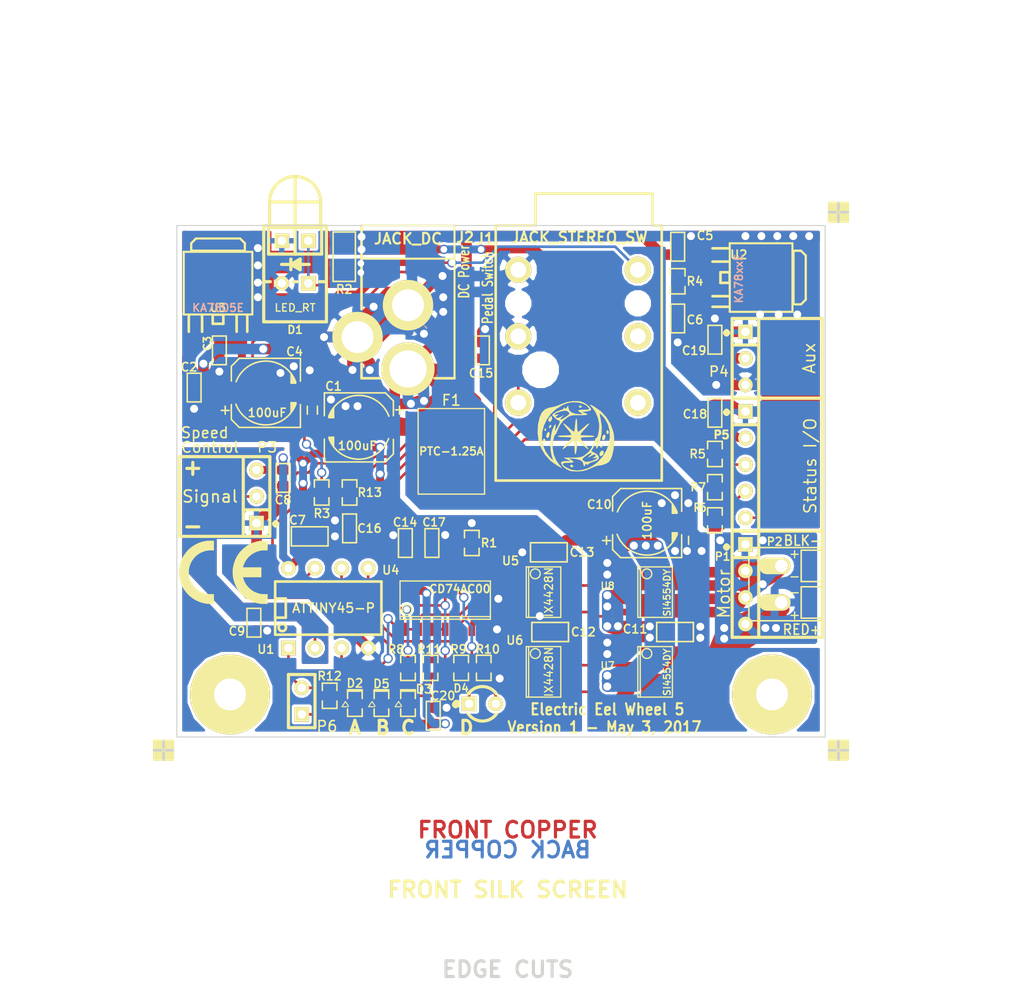
<source format=kicad_pcb>
(kicad_pcb (version 4) (host pcbnew 4.0.5)
  (title_block (title "Electric Eel Wheel 5") (rev 1))
  (layers (0 F.Cu signal) (31 B.Cu signal) (34 B.Paste user) (35 F.Paste user) (36 B.SilkS user) (37 F.SilkS user) (38 B.Mask user) (39 F.Mask user) (44 Edge.Cuts user))
  (net 0 "")
  (net 1 /AuxPwr)
  (net 2 /CCW_LS)
  (net 3 /CW_LS)
  (net 4 /DC_In)
  (net 5 /HPWR)
  (net 6 /M+)
  (net 7 /M-)
  (net 8 /M_DIR)
  (net 9 /M_EN)
  (net 10 /PEn_x)
  (net 11 /PEn_y)
  (net 12 /PEn_z)
  (net 13 /PedalEnable)
  (net 14 /PedalSig)
  (net 15 /Speed)
  (net 16 /Status)
  (net 17 /~CCW)
  (net 18 /~CCW_HS)
  (net 19 /~CW)
  (net 20 /~CW_HS)
  (net 21 /~M_DIR)
  (net 22 /~Status)
  (net 23 5V)
  (net 24 GND)
  (net 25 N-0000010)
  (net 26 N-0000013)
  (net 27 N-0000014)
  (net 28 N-000003)
  (net 29 N-000004)
  (net 30 N-000005)
  (net 31 N-000006)
  (net 32 N-000008)
  (module SOIC-8 (layer F.Cu) (at 98.806 68.072 270)
    (fp_text reference U5 (at -2.9972 3.1496 360) (layer F.SilkS) (effects (font (size 0.8128 0.8128) (thickness 0.1524))))
    (fp_text value IX4428N (at 0 -0.508 270) (layer F.SilkS) (effects (font (size 0.762 0.762) (thickness 0.127))))
    (pad 1 smd oval (at -1.905 2.794 270) (size 0.635 1.651) (layers F.Cu F.Paste F.Mask))
    (pad 2 smd oval (at -0.635 2.794 270) (size 0.635 1.651) (layers F.Cu F.Paste F.Mask) (net 19 /~CW))
    (pad 3 smd oval (at 0.635 2.794 270) (size 0.635 1.651) (layers F.Cu F.Paste F.Mask) (net 24 GND))
    (pad 4 smd oval (at 1.905 2.794 270) (size 0.635 1.651) (layers F.Cu F.Paste F.Mask) (net 17 /~CCW))
    (pad 5 smd oval (at 1.905 -2.794 270) (size 0.635 1.651) (layers F.Cu F.Paste F.Mask) (net 18 /~CCW_HS))
    (pad 6 smd oval (at 0.635 -2.794 270) (size 0.635 1.651) (layers F.Cu F.Paste F.Mask) (net 5 /HPWR))
    (pad 7 smd oval (at -0.635 -2.794 270) (size 0.635 1.651) (layers F.Cu F.Paste F.Mask) (net 3 /CW_LS))
    (pad 8 smd oval (at -1.905 -2.794 270) (size 0.635 1.651) (layers F.Cu F.Paste F.Mask))
  )
  (module SOIC-8 (layer F.Cu) (at 98.806 75.692 270)
    (fp_text reference U6 (at -3.0226 2.7432 360) (layer F.SilkS) (effects (font (size 0.8128 0.8128) (thickness 0.1524))))
    (fp_text value IX4428N (at 0 -0.508 270) (layer F.SilkS) (effects (font (size 0.762 0.762) (thickness 0.127))))
    (pad 1 smd oval (at -1.905 2.794 270) (size 0.635 1.651) (layers F.Cu F.Paste F.Mask))
    (pad 2 smd oval (at -0.635 2.794 270) (size 0.635 1.651) (layers F.Cu F.Paste F.Mask) (net 17 /~CCW))
    (pad 3 smd oval (at 0.635 2.794 270) (size 0.635 1.651) (layers F.Cu F.Paste F.Mask) (net 24 GND))
    (pad 4 smd oval (at 1.905 2.794 270) (size 0.635 1.651) (layers F.Cu F.Paste F.Mask) (net 19 /~CW))
    (pad 5 smd oval (at 1.905 -2.794 270) (size 0.635 1.651) (layers F.Cu F.Paste F.Mask) (net 20 /~CW_HS))
    (pad 6 smd oval (at 0.635 -2.794 270) (size 0.635 1.651) (layers F.Cu F.Paste F.Mask) (net 5 /HPWR))
    (pad 7 smd oval (at -0.635 -2.794 270) (size 0.635 1.651) (layers F.Cu F.Paste F.Mask) (net 2 /CCW_LS))
    (pad 8 smd oval (at -1.905 -2.794 270) (size 0.635 1.651) (layers F.Cu F.Paste F.Mask))
  )
  (module SOIC-14 (layer F.Cu) (at 89.408 68.834)
    (fp_text reference U4 (at -5.207 -2.8702) (layer F.SilkS) (effects (font (size 0.8128 0.8128) (thickness 0.1524))))
    (fp_text value CD74AC00 (at 1.397 -1.0668) (layer F.SilkS) (effects (font (size 0.762 0.762) (thickness 0.1524))))
    (pad 1 smd rect (at -3.81 2.794) (size 0.635 1.27) (layers F.Cu F.Paste F.Mask) (net 8 /M_DIR))
    (pad 2 smd rect (at -2.54 2.794) (size 0.635 1.27) (layers F.Cu F.Paste F.Mask) (net 8 /M_DIR))
    (pad 3 smd rect (at -1.27 2.794) (size 0.635 1.27) (layers F.Cu F.Paste F.Mask) (net 21 /~M_DIR))
    (pad 4 smd rect (at 0 2.794) (size 0.635 1.27) (layers F.Cu F.Paste F.Mask) (net 21 /~M_DIR))
    (pad 5 smd rect (at 1.27 2.794) (size 0.635 1.27) (layers F.Cu F.Paste F.Mask) (net 9 /M_EN))
    (pad 6 smd rect (at 2.54 2.794) (size 0.635 1.27) (layers F.Cu F.Paste F.Mask) (net 17 /~CCW))
    (pad 7 smd rect (at 3.81 2.794) (size 0.635 1.27) (layers F.Cu F.Paste F.Mask) (net 24 GND))
    (pad 8 smd rect (at 3.81 -2.794) (size 0.635 1.27) (layers F.Cu F.Paste F.Mask) (net 19 /~CW))
    (pad 9 smd rect (at 2.54 -2.794) (size 0.635 1.27) (layers F.Cu F.Paste F.Mask) (net 9 /M_EN))
    (pad 10 smd rect (at 1.27 -2.794) (size 0.635 1.27) (layers F.Cu F.Paste F.Mask) (net 8 /M_DIR))
    (pad 11 smd rect (at 0 -2.794) (size 0.635 1.27) (layers F.Cu F.Paste F.Mask) (net 22 /~Status))
    (pad 12 smd rect (at -1.27 -2.794) (size 0.635 1.27) (layers F.Cu F.Paste F.Mask) (net 16 /Status))
    (pad 13 smd rect (at -2.54 -2.794) (size 0.635 1.27) (layers F.Cu F.Paste F.Mask) (net 16 /Status))
    (pad 14 smd rect (at -3.81 -2.794) (size 0.635 1.27) (layers F.Cu F.Paste F.Mask) (net 23 5V))
  )
  (module SM0603_Resistor (layer F.Cu) (at 91.948 63.373 90)
    (fp_text reference R1 (at 0 1.651 180) (layer F.SilkS) (effects (font (size 0.8 0.8))))
    (fp_text value 10k hide)
    (pad 1 smd rect (at -0.762 0 90) (size 0.635 1.143) (layers F.Cu F.Paste F.Mask) (net 9 /M_EN))
    (pad 2 smd rect (at 0.762 0 90) (size 0.635 1.143) (layers F.Cu F.Paste F.Mask) (net 24 GND))
  )
  (module SM0603_Resistor (layer F.Cu) (at 77.597 58.547 90)
    (fp_text reference R3 (at -2.0066 0.0254 180) (layer F.SilkS) (effects (font (size 0.8128 0.8128) (thickness 0.1524))))
    (fp_text value 0k hide)
    (pad 1 smd rect (at -0.762 0 90) (size 0.635 1.143) (layers F.Cu F.Paste F.Mask) (net 10 /PEn_x))
    (pad 2 smd rect (at 0.762 0 90) (size 0.635 1.143) (layers F.Cu F.Paste F.Mask) (net 11 /PEn_y))
  )
  (module SIL-2 (layer F.Cu) (at 75.692 78.486 90)
    (fp_text reference P6 (at -2.413 2.413 180) (layer F.SilkS) (effects (font (size 1.016 1.016) (thickness 0.1524))))
    (fp_text value R/PE hide)
    (pad 1 thru_hole rect (at -1.27 0 90) (size 1.397 1.397) (drill 0.8128) (layers *.Cu *.Mask F.SilkS) (net 10 /PEn_x))
    (pad 2 thru_hole circle (at 1.27 0 90) (size 1.397 1.397) (drill 0.8128) (layers *.Cu *.Mask F.SilkS) (net 13 /PedalEnable))
  )
  (module Screw_Terminal_Block_2P (layer F.Cu) (at 121.539 67.31 90)
    (fp_text reference P2 (at 4.064 -0.635 180) (layer F.SilkS) (effects (font (size 0.762 0.762) (thickness 0.1524))))
    (fp_text value Motor (at -0.9144 -5.4864 90) (layer F.SilkS) (effects (font (size 1.143 1.143) (thickness 0.1524))))
    (pad 1 thru_hole oval (at -1.75 0 90) (size 1.5748 3.048) (drill 1.2 (offset 0 -0.635)) (layers *.Cu *.Mask F.SilkS) (net 6 /M+))
    (pad 2 thru_hole oval (at 1.75 0 90) (size 1.6002 3.048) (drill 1.2 (offset 0 -0.635)) (layers *.Cu *.Mask F.SilkS) (net 7 /M-))
  )
  (module PTC_2920 (layer F.Cu) (at 89.9922 54.61 270)
    (fp_text reference F1 (at -4.8768 0 360) (layer F.SilkS) (effects (font (size 1.016 1.016) (thickness 0.1524))))
    (fp_text value PTC-1.25A (at 0 0 360) (layer F.SilkS) (effects (font (size 0.7493 0.7493) (thickness 0.14986))))
    (pad 1 smd rect (at 2.57556 0 270) (size 2.3114 5.6134) (layers F.Cu F.Paste F.Mask) (net 5 /HPWR))
    (pad 2 smd rect (at -2.57556 0 270) (size 2.3114 5.6134) (layers F.Cu F.Paste F.Mask) (net 4 /DC_In))
  )
  (module JACK_2.1_DC (layer F.Cu) (at 85.852 40.64 270)
    (fp_text reference J2 (at -6.477 -5.461 360) (layer F.SilkS) (effects (font (size 0.9652 0.9652) (thickness 0.2032))))
    (fp_text value JACK_DC (at -6.35 0 360) (layer F.SilkS) (effects (font (size 1.016 1.016) (thickness 0.2032))))
    (pad 3 thru_hole circle (at 3.048 4.826 270) (size 4.826 4.826) (drill 3.048) (layers *.Cu *.Mask F.SilkS) (net 24 GND))
    (pad 2 thru_hole circle (at 0 0 270) (size 4.826 4.826) (drill 3.048) (layers *.Cu *.Mask F.SilkS) (net 24 GND))
    (pad 1 thru_hole circle (at 6.096 0 270) (size 5.08 5.08) (drill 3.556) (layers *.Cu *.Mask F.SilkS) (net 4 /DC_In))
  )
  (module JACK_1-4_STEREO (layer F.Cu) (at 103.632 33.02 90)
    (fp_text reference J1 (at -1.27 -10.414 180) (layer F.SilkS) (effects (font (size 1.016 1.016) (thickness 0.2032))))
    (fp_text value JACK_STEREO_SW (at -1.143 -1.397 180) (layer F.SilkS) (effects (font (size 1.016 1.016) (thickness 0.2032))))
    (pad T thru_hole circle (at -16.9418 -7.239 90) (size 2.5146 2.5146) (drill 1.4986) (layers *.Cu *.Mask F.SilkS) (net 14 /PedalSig))
    (pad R thru_hole circle (at -10.5918 -7.239 90) (size 2.5146 2.5146) (drill 1.4986) (layers *.Cu *.Mask F.SilkS) (net 24 GND))
    (pad S thru_hole circle (at -4.2418 -7.239 90) (size 2.5146 2.5146) (drill 1.4986) (layers *.Cu *.Mask F.SilkS) (net 24 GND))
    (pad TN thru_hole circle (at -16.9418 4.191 90) (size 2.5146 2.5146) (drill 1.4986) (layers *.Cu *.Mask F.SilkS))
    (pad RN thru_hole circle (at -10.5918 4.191 90) (size 2.5146 2.5146) (drill 1.4986) (layers *.Cu *.Mask F.SilkS))
    (pad SN thru_hole circle (at -4.2418 4.191 90) (size 2.5146 2.5146) (drill 1.4986) (layers *.Cu *.Mask F.SilkS) (net 11 /PEn_y))
    (pad "" np_thru_hole circle (at -7.4422 -7.239 90) (size 2.0066 2.0066) (drill 2.0066) (layers *.Cu *.Mask F.SilkS))
    (pad "" np_thru_hole circle (at -7.4422 4.191 90) (size 2.0066 2.0066) (drill 2.0066) (layers *.Cu *.Mask F.SilkS))
    (pad "" np_thru_hole circle (at -13.7922 -5.1054 90) (size 2.9972 2.9972) (drill 2.9972) (layers *.Cu *.Mask F.SilkS))
  )
  (module HOLE_4-40 (layer F.Cu) (at 68.072 78.232)
    (fp_text reference X1 hide)
    (fp_text value HOLE hide)
    (pad "" np_thru_hole circle (at 0.762 -0.381) (size 7.62 7.62) (drill 3.048) (layers *.Cu *.Mask F.SilkS))
  )
  (module HOLE_4-40 (layer F.Cu) (at 121.412 78.232)
    (fp_text reference X2 hide)
    (fp_text value HOLE hide)
    (pad "" np_thru_hole circle (at -0.762 -0.381) (size 7.62 7.62) (drill 3.048) (layers *.Cu *.Mask F.SilkS))
  )
  (module DIP-8_300 (layer F.Cu) (at 78.232 69.596)
    (fp_text reference U1 (at -5.969 3.937) (layer F.SilkS) (effects (font (size 0.8128 0.8128) (thickness 0.1524))))
    (fp_text value ATTINY45-P (at 0.508 0) (layer F.SilkS) (effects (font (size 0.889 0.889) (thickness 0.1524))))
    (pad 1 thru_hole rect (at -3.81 3.81) (size 1.397 1.397) (drill 0.8128) (layers *.Cu *.Mask F.SilkS) (net 13 /PedalEnable))
    (pad 2 thru_hole circle (at -1.27 3.81) (size 1.397 1.397) (drill 0.8128) (layers *.Cu *.Mask F.SilkS) (net 15 /Speed))
    (pad 3 thru_hole circle (at 1.27 3.81) (size 1.397 1.397) (drill 0.8128) (layers *.Cu *.Mask F.SilkS) (net 8 /M_DIR))
    (pad 4 thru_hole circle (at 3.81 3.81) (size 1.397 1.397) (drill 0.8128) (layers *.Cu *.Mask F.SilkS) (net 24 GND))
    (pad 5 thru_hole circle (at 3.81 -3.81) (size 1.397 1.397) (drill 0.8128) (layers *.Cu *.Mask F.SilkS) (net 16 /Status))
    (pad 6 thru_hole circle (at 1.27 -3.81) (size 1.397 1.397) (drill 0.8128) (layers *.Cu *.Mask F.SilkS) (net 9 /M_EN))
    (pad 7 thru_hole circle (at -1.27 -3.81) (size 1.397 1.397) (drill 0.8128) (layers *.Cu *.Mask F.SilkS) (net 14 /PedalSig))
    (pad 8 thru_hole circle (at -3.81 -3.81) (size 1.397 1.397) (drill 0.8128) (layers *.Cu *.Mask F.SilkS) (net 23 5V))
  )
  (module c_elec_6.3x5.7 (layer F.Cu) (at 108.712 61.468 180)
    (fp_text reference C10 (at 4.572 1.778 180) (layer F.SilkS) (effects (font (size 0.8128 0.8128) (thickness 0.1524))))
    (fp_text value 100uF (at 0 0.254 270) (layer F.SilkS) (effects (font (size 0.8 0.8))))
    (pad 1 smd rect (at 2.7508 0 180) (size 3.5992 1.6002) (layers F.Cu F.Paste F.Mask) (net 5 /HPWR))
    (pad 2 smd rect (at -2.7508 0 180) (size 3.5992 1.6002) (layers F.Cu F.Paste F.Mask) (net 24 GND))
  )
  (module c_elec_6.3x5.7 (layer F.Cu) (at 81.153 52.324)
    (fp_text reference C1 (at -2.413 -3.937) (layer F.SilkS) (effects (font (size 0.8128 0.8128) (thickness 0.1524))))
    (fp_text value 100uF (at -0.1524 1.7526) (layer F.SilkS) (effects (font (size 0.8 0.8))))
    (pad 1 smd rect (at 2.7508 0) (size 3.5992 1.6002) (layers F.Cu F.Paste F.Mask) (net 4 /DC_In))
    (pad 2 smd rect (at -2.7508 0) (size 3.5992 1.6002) (layers F.Cu F.Paste F.Mask) (net 24 GND))
  )
  (module c_elec_6.3x5.7 (layer F.Cu) (at 72.263 49.022 180)
    (fp_text reference C4 (at -2.7432 3.937 180) (layer F.SilkS) (effects (font (size 0.8128 0.8128) (thickness 0.1524))))
    (fp_text value 100uF (at -0.127 -1.905 180) (layer F.SilkS) (effects (font (size 0.8 0.8))))
    (pad 1 smd rect (at 2.7508 0 180) (size 3.5992 1.6002) (layers F.Cu F.Paste F.Mask) (net 23 5V))
    (pad 2 smd rect (at -2.7508 0 180) (size 3.5992 1.6002) (layers F.Cu F.Paste F.Mask) (net 24 GND))
  )
  (module c_0603 (layer F.Cu) (at 85.598 63.373 270)
    (fp_text reference C14 (at -1.9812 0.0254 360) (layer F.SilkS) (effects (font (size 0.8 0.8))))
    (fp_text value 0.1uF hide)
    (pad 1 smd rect (at 0.7518 0 270) (size 0.8992 1.0008) (layers F.Cu F.Paste F.Mask) (net 23 5V))
    (pad 2 smd rect (at -0.7518 0 270) (size 0.8992 1.0008) (layers F.Cu F.Paste F.Mask) (net 24 GND))
  )
  (module c_0603 (layer F.Cu) (at 65.405 48.514 90)
    (fp_text reference C2 (at 1.9558 -0.4826 180) (layer F.SilkS) (effects (font (size 0.8128 0.8128) (thickness 0.1524))))
    (fp_text value 0.1uF hide)
    (pad 1 smd rect (at 0.7518 0 90) (size 0.8992 1.0008) (layers F.Cu F.Paste F.Mask) (net 4 /DC_In))
    (pad 2 smd rect (at -0.7518 0 90) (size 0.8992 1.0008) (layers F.Cu F.Paste F.Mask) (net 24 GND))
  )
  (module c_0603 (layer F.Cu) (at 73.914 57.15 270)
    (fp_text reference C8 (at 2.1082 0 360) (layer F.SilkS) (effects (font (size 0.8128 0.8128) (thickness 0.1524))))
    (fp_text value 0.1uF hide)
    (pad 1 smd rect (at 0.7518 0 270) (size 0.8992 1.0008) (layers F.Cu F.Paste F.Mask) (net 24 GND))
    (pad 2 smd rect (at -0.7518 0 270) (size 0.8992 1.0008) (layers F.Cu F.Paste F.Mask) (net 23 5V))
  )
  (module c_0603 (layer F.Cu) (at 111.633 35.052 270)
    (fp_text reference C5 (at -1.0668 -2.6162 360) (layer F.SilkS) (effects (font (size 0.8128 0.8128) (thickness 0.1524))))
    (fp_text value 0.1uF hide)
    (pad 1 smd rect (at 0.7518 0 270) (size 0.8992 1.0008) (layers F.Cu F.Paste F.Mask) (net 4 /DC_In))
    (pad 2 smd rect (at -0.7518 0 270) (size 0.8992 1.0008) (layers F.Cu F.Paste F.Mask) (net 24 GND))
  )
  (module c_0603 (layer F.Cu) (at 71.12 70.993 270)
    (fp_text reference C9 (at 0.8128 1.6256 360) (layer F.SilkS) (effects (font (size 0.8 0.8))))
    (fp_text value 0.1uF hide)
    (pad 1 smd rect (at 0.7518 0 270) (size 0.8992 1.0008) (layers F.Cu F.Paste F.Mask) (net 24 GND))
    (pad 2 smd rect (at -0.7518 0 270) (size 0.8992 1.0008) (layers F.Cu F.Paste F.Mask) (net 15 /Speed))
  )
  (module c_0603 (layer F.Cu) (at 111.633 41.91 90)
    (fp_text reference C6 (at -0.127 1.651 180) (layer F.SilkS) (effects (font (size 0.8128 0.8128) (thickness 0.1524))))
    (fp_text value 0.1uF hide)
    (pad 1 smd rect (at 0.7518 0 90) (size 0.8992 1.0008) (layers F.Cu F.Paste F.Mask) (net 1 /AuxPwr))
    (pad 2 smd rect (at -0.7518 0 90) (size 0.8992 1.0008) (layers F.Cu F.Paste F.Mask) (net 24 GND))
  )
  (module c_0603 (layer F.Cu) (at 67.818 44.958 90)
    (fp_text reference C3 (at 0.6604 -1.143 90) (layer F.SilkS) (effects (font (size 0.7112 0.7112) (thickness 0.1524))))
    (fp_text value 0.1uF hide)
    (pad 1 smd rect (at 0.7518 0 90) (size 0.8992 1.0008) (layers F.Cu F.Paste F.Mask) (net 23 5V))
    (pad 2 smd rect (at -0.7518 0 90) (size 0.8992 1.0008) (layers F.Cu F.Paste F.Mask) (net 24 GND))
  )
  (module TO252M (layer F.Cu) (at 120.0404 37.9984 270)
    (fp_text reference U2 (at -2.1844 2.5654 360) (layer F.SilkS) (effects (font (size 0.8128 0.8128) (thickness 0.1524))))
    (fp_text value KA78xxE (at 0.1016 2.5654 270) (layer B.SilkS) (effects (font (size 0.7493 0.7493) (thickness 0.14986))))
    (pad VI smd rect (at -2.2784 6.0681 270) (size 0.9982 1.5977) (layers F.Cu F.Paste F.Mask) (net 4 /DC_In))
    (pad VO smd rect (at 2.2784 6.0681 270) (size 0.9982 1.5977) (layers F.Cu F.Paste F.Mask) (net 1 /AuxPwr))
    (pad GND smd rect (at 0 -1.2294 270) (size 5.3975 6.1976) (layers F.Cu F.Paste F.Mask) (net 24 GND))
  )
  (module SIL-3-RT (layer F.Cu) (at 71.374 58.928 90)
    (fp_text reference P3 (at 4.699 1.016 180) (layer F.SilkS) (effects (font (size 0.9652 0.9652) (thickness 0.1524))))
    (fp_text value Speed (at 6.096 -4.953 180) (layer F.SilkS) (effects (font (size 1.016 1.016) (thickness 0.1524))))
    (pad 1 thru_hole rect (at -2.54 0 90) (size 1.397 1.397) (drill 0.8128) (layers *.Cu *.Mask F.SilkS) (net 24 GND))
    (pad 2 thru_hole circle (at 0 0 90) (size 1.397 1.397) (drill 0.8128) (layers *.Cu *.Mask F.SilkS) (net 15 /Speed))
    (pad 3 thru_hole circle (at 2.54 0 90) (size 1.397 1.397) (drill 0.8128) (layers *.Cu *.Mask F.SilkS) (net 23 5V))
  )
  (module SIL-4-RT (layer F.Cu) (at 118.11 67.31 270)
    (fp_text reference P1 (at -2.6416 2.1844 360) (layer F.SilkS) (effects (font (size 0.762 0.762) (thickness 0.1524))))
    (fp_text value Motor hide)
    (pad 1 thru_hole rect (at -3.81 0 270) (size 1.397 1.397) (drill 0.8128) (layers *.Cu *.Mask F.SilkS) (net 6 /M+))
    (pad 2 thru_hole circle (at -1.27 0 270) (size 1.397 1.397) (drill 0.8128) (layers *.Cu *.Mask F.SilkS) (net 7 /M-))
    (pad 3 thru_hole circle (at 1.27 0 270) (size 1.397 1.397) (drill 0.8128) (layers *.Cu *.Mask F.SilkS) (net 7 /M-))
    (pad 4 thru_hole circle (at 3.81 0 270) (size 1.397 1.397) (drill 0.8128) (layers *.Cu *.Mask F.SilkS) (net 6 /M+))
  )
  (module SIL-3-RT (layer F.Cu) (at 118.11 45.72 270)
    (fp_text reference P4 (at 1.27 2.54 360) (layer F.SilkS) (effects (font (size 0.9652 0.9652) (thickness 0.1524))))
    (fp_text value Aux (at 0 -6.096 270) (layer F.SilkS) (effects (font (size 1.143 1.143) (thickness 0.1524))))
    (pad 1 thru_hole rect (at -2.54 0 270) (size 1.397 1.397) (drill 0.8128) (layers *.Cu *.Mask F.SilkS) (net 24 GND))
    (pad 2 thru_hole circle (at 0 0 270) (size 1.397 1.397) (drill 0.8128) (layers *.Cu *.Mask F.SilkS) (net 1 /AuxPwr))
    (pad 3 thru_hole circle (at 2.54 0 270) (size 1.397 1.397) (drill 0.8128) (layers *.Cu *.Mask F.SilkS) (net 24 GND))
  )
  (module SM0603_Resistor (layer F.Cu) (at 111.633 38.354 270)
    (fp_text reference R4 (at 0 -1.651 360) (layer F.SilkS) (effects (font (size 0.8128 0.8128) (thickness 0.1524))))
    (fp_text value 0k hide)
    (pad 1 smd rect (at -0.762 0 270) (size 0.635 1.143) (layers F.Cu F.Paste F.Mask) (net 4 /DC_In))
    (pad 2 smd rect (at 0.762 0 270) (size 0.635 1.143) (layers F.Cu F.Paste F.Mask) (net 1 /AuxPwr))
  )
  (module c_0805 (layer F.Cu) (at 76.454 62.738 180)
    (fp_text reference C7 (at 1.1684 1.5494 180) (layer F.SilkS) (effects (font (size 0.8128 0.8128) (thickness 0.1524))))
    (fp_text value 1uF hide)
    (pad 1 smd rect (at 0.9525 0 180) (size 1.30048 1.4986) (layers F.Cu F.Paste F.Mask) (net 23 5V))
    (pad 2 smd rect (at -0.9525 0 180) (size 1.30048 1.4986) (layers F.Cu F.Paste F.Mask) (net 24 GND))
  )
  (module c_0805 (layer F.Cu) (at 111.379 71.882 180)
    (fp_text reference C11 (at 3.81 0.2794 180) (layer F.SilkS) (effects (font (size 0.8128 0.8128) (thickness 0.1524))))
    (fp_text value 1uF hide)
    (pad 1 smd rect (at 0.9525 0 180) (size 1.30048 1.4986) (layers F.Cu F.Paste F.Mask) (net 5 /HPWR))
    (pad 2 smd rect (at -0.9525 0 180) (size 1.30048 1.4986) (layers F.Cu F.Paste F.Mask) (net 24 GND))
  )
  (module c_0805 (layer F.Cu) (at 99.441 71.882 180)
    (fp_text reference C12 (at -3.175 0 180) (layer F.SilkS) (effects (font (size 0.8128 0.8128) (thickness 0.1524))))
    (fp_text value 1uF hide)
    (pad 1 smd rect (at 0.9525 0 180) (size 1.30048 1.4986) (layers F.Cu F.Paste F.Mask) (net 24 GND))
    (pad 2 smd rect (at -0.9525 0 180) (size 1.30048 1.4986) (layers F.Cu F.Paste F.Mask) (net 5 /HPWR))
  )
  (module c_0805 (layer F.Cu) (at 99.314 64.262 180)
    (fp_text reference C13 (at -3.175 0 180) (layer F.SilkS) (effects (font (size 0.8128 0.8128) (thickness 0.1524))))
    (fp_text value 1uF hide)
    (pad 1 smd rect (at 0.9525 0 180) (size 1.30048 1.4986) (layers F.Cu F.Paste F.Mask) (net 24 GND))
    (pad 2 smd rect (at -0.9525 0 180) (size 1.30048 1.4986) (layers F.Cu F.Paste F.Mask) (net 5 /HPWR))
  )
  (module SM0603_Resistor (layer F.Cu) (at 85.852 75.311 270)
    (fp_text reference R8 (at -1.778 1.143 360) (layer F.SilkS) (effects (font (size 0.8 0.8))))
    (fp_text value 270 hide)
    (pad 1 smd rect (at -0.762 0 270) (size 0.635 1.143) (layers F.Cu F.Paste F.Mask) (net 12 /PEn_z))
    (pad 2 smd rect (at 0.762 0 270) (size 0.635 1.143) (layers F.Cu F.Paste F.Mask) (net 28 N-000003))
  )
  (module SM0603_Resistor (layer F.Cu) (at 115.189 61.214 90)
    (fp_text reference R6 (at 1.2192 -1.4224 180) (layer F.SilkS) (effects (font (size 0.762 0.6096))))
    (fp_text value 270 hide)
    (pad 1 smd rect (at -0.762 0 90) (size 0.635 1.143) (layers F.Cu F.Paste F.Mask) (net 29 N-000004))
    (pad 2 smd rect (at 0.762 0 90) (size 0.635 1.143) (layers F.Cu F.Paste F.Mask) (net 22 /~Status))
  )
  (module SM0603_Resistor (layer F.Cu) (at 93.091 75.311 270)
    (fp_text reference R10 (at -1.778 -0.381 360) (layer F.SilkS) (effects (font (size 0.8 0.8))))
    (fp_text value 270 hide)
    (pad 1 smd rect (at -0.762 0 270) (size 0.635 1.143) (layers F.Cu F.Paste F.Mask) (net 22 /~Status))
    (pad 2 smd rect (at 0.762 0 270) (size 0.635 1.143) (layers F.Cu F.Paste F.Mask) (net 32 N-000008))
  )
  (module SM0603_Resistor (layer F.Cu) (at 115.189 54.864 90)
    (fp_text reference R5 (at 0 -1.651 180) (layer F.SilkS) (effects (font (size 0.8 0.8))))
    (fp_text value 270 hide)
    (pad 1 smd rect (at -0.762 0 90) (size 0.635 1.143) (layers F.Cu F.Paste F.Mask) (net 26 N-0000013))
    (pad 2 smd rect (at 0.762 0 90) (size 0.635 1.143) (layers F.Cu F.Paste F.Mask) (net 12 /PEn_z))
  )
  (module SM0603_Resistor (layer F.Cu) (at 90.932 75.311 270)
    (fp_text reference R9 (at -1.778 0.254 360) (layer F.SilkS) (effects (font (size 0.8 0.8))))
    (fp_text value 270 hide)
    (pad 1 smd rect (at -0.762 0 270) (size 0.635 1.143) (layers F.Cu F.Paste F.Mask) (net 22 /~Status))
    (pad 2 smd rect (at 0.762 0 270) (size 0.635 1.143) (layers F.Cu F.Paste F.Mask) (net 30 N-000005))
  )
  (module SM0603_Resistor (layer F.Cu) (at 115.189 58.039 90)
    (fp_text reference R7 (at 0 -1.6002 180) (layer F.SilkS) (effects (font (size 0.762 0.762))))
    (fp_text value 270 hide)
    (pad 1 smd rect (at -0.762 0 90) (size 0.635 1.143) (layers F.Cu F.Paste F.Mask) (net 27 N-0000014))
    (pad 2 smd rect (at 0.762 0 90) (size 0.635 1.143) (layers F.Cu F.Paste F.Mask) (net 16 /Status))
  )
  (module SM0603_Diode (layer F.Cu) (at 85.852 78.74 90)
    (fp_text reference D3 (at 1.397 1.524 180) (layer F.SilkS) (effects (font (size 0.8 0.8))))
    (fp_text value Green hide)
    (fp_text user - (at -0.2286 -0.9525 180) (layer F.SilkS) (effects (font (size 0.762 0.762) (thickness 0.1016))))
    (fp_text user > (at 0 -0.9779 90) (layer F.SilkS) (effects (font (size 1.016 0.5588) (thickness 0.1016))))
    (pad 1 smd rect (at -0.762 0 90) (size 0.635 1.143) (layers F.Cu F.Paste F.Mask) (net 23 5V))
    (pad 2 smd rect (at 0.762 0 90) (size 0.635 1.143) (layers F.Cu F.Paste F.Mask) (net 30 N-000005))
  )
  (module SM0603_Diode (layer F.Cu) (at 80.772 78.74 90)
    (fp_text reference D2 (at 1.9558 0 180) (layer F.SilkS) (effects (font (size 0.8 0.8))))
    (fp_text value Green hide)
    (fp_text user - (at -0.2286 -0.9525 180) (layer F.SilkS) (effects (font (size 0.762 0.762) (thickness 0.1016))))
    (fp_text user > (at 0 -0.9779 90) (layer F.SilkS) (effects (font (size 1.016 0.5588) (thickness 0.1016))))
    (pad 1 smd rect (at -0.762 0 90) (size 0.635 1.143) (layers F.Cu F.Paste F.Mask) (net 23 5V))
    (pad 2 smd rect (at 0.762 0 90) (size 0.635 1.143) (layers F.Cu F.Paste F.Mask) (net 28 N-000003))
  )
  (module SM0603_Diode (layer F.Cu) (at 83.312 78.74 90)
    (fp_text reference D5 (at 1.905 0 180) (layer F.SilkS) (effects (font (size 0.8 0.8))))
    (fp_text value Red hide)
    (fp_text user - (at -0.2286 -0.9525 180) (layer F.SilkS) (effects (font (size 0.762 0.762) (thickness 0.1016))))
    (fp_text user > (at 0 -0.9779 90) (layer F.SilkS) (effects (font (size 1.016 0.5588) (thickness 0.1016))))
    (pad 1 smd rect (at -0.762 0 90) (size 0.635 1.143) (layers F.Cu F.Paste F.Mask) (net 23 5V))
    (pad 2 smd rect (at 0.762 0 90) (size 0.635 1.143) (layers F.Cu F.Paste F.Mask) (net 31 N-000006))
  )
  (module LED_T1_BiPolar_100 (layer F.Cu) (at 92.964 78.74)
    (fp_text reference D4 (at -2.032 -1.4732) (layer F.SilkS) (effects (font (size 0.7493 0.7493) (thickness 0.14986))))
    (fp_text value R/G hide)
    (pad 1 thru_hole rect (at -1.27 0) (size 1.397 1.397) (drill 0.8128) (layers *.Cu *.Mask F.SilkS) (net 16 /Status))
    (pad 2 thru_hole circle (at 1.27 0) (size 1.397 1.397) (drill 0.8128) (layers *.Cu *.Mask F.SilkS) (net 32 N-000008))
  )
  (module c_0603 (layer F.Cu) (at 88.138 63.373 270)
    (fp_text reference C17 (at -1.9812 -0.2032 360) (layer F.SilkS) (effects (font (size 0.762 0.762))))
    (fp_text value 0.1uF hide)
    (pad 1 smd rect (at 0.7518 0 270) (size 0.8992 1.0008) (layers F.Cu F.Paste F.Mask) (net 16 /Status))
    (pad 2 smd rect (at -0.7518 0 270) (size 0.8992 1.0008) (layers F.Cu F.Paste F.Mask) (net 24 GND))
  )
  (module c_0603 (layer F.Cu) (at 115.189 50.927 270)
    (fp_text reference C18 (at 0.127 1.905 360) (layer F.SilkS) (effects (font (size 0.8 0.8))))
    (fp_text value 0.1uF hide)
    (pad 1 smd rect (at 0.7518 0 270) (size 0.8992 1.0008) (layers F.Cu F.Paste F.Mask) (net 23 5V))
    (pad 2 smd rect (at -0.7518 0 270) (size 0.8992 1.0008) (layers F.Cu F.Paste F.Mask) (net 24 GND))
  )
  (module c_0603 (layer F.Cu) (at 92.964 44.958 270)
    (fp_text reference C15 (at 2.1844 0.127 360) (layer F.SilkS) (effects (font (size 0.8 0.8))))
    (fp_text value 0.1uF hide)
    (pad 1 smd rect (at 0.7518 0 270) (size 0.8992 1.0008) (layers F.Cu F.Paste F.Mask) (net 14 /PedalSig))
    (pad 2 smd rect (at -0.7518 0 270) (size 0.8992 1.0008) (layers F.Cu F.Paste F.Mask) (net 24 GND))
  )
  (module c_0603 (layer F.Cu) (at 80.264 61.976 270)
    (fp_text reference C16 (at 0 -1.905 360) (layer F.SilkS) (effects (font (size 0.8 0.8))))
    (fp_text value 0.1uF hide)
    (pad 1 smd rect (at 0.7518 0 270) (size 0.8992 1.0008) (layers F.Cu F.Paste F.Mask) (net 10 /PEn_x))
    (pad 2 smd rect (at -0.7518 0 270) (size 0.8992 1.0008) (layers F.Cu F.Paste F.Mask) (net 24 GND))
  )
  (module SM0603_Resistor (layer F.Cu) (at 88.011 75.311 270)
    (fp_text reference R11 (at -1.778 0.127 360) (layer F.SilkS) (effects (font (size 0.8 0.8))))
    (fp_text value 270 hide)
    (pad 1 smd rect (at -0.762 0 270) (size 0.635 1.143) (layers F.Cu F.Paste F.Mask) (net 16 /Status))
    (pad 2 smd rect (at 0.762 0 270) (size 0.635 1.143) (layers F.Cu F.Paste F.Mask) (net 31 N-000006))
  )
  (module SIL-5-RT (layer F.Cu) (at 118.11 57.15 270)
    (fp_text reference P5 (at -4.1148 2.286 360) (layer F.SilkS) (effects (font (size 0.762 0.762) (thickness 0.1905))))
    (fp_text value "Status I/O" (at -1.143 -6.1976 270) (layer F.SilkS) (effects (font (size 1.143 1.143) (thickness 0.1524))))
    (pad 1 thru_hole rect (at -6.35 0 270) (size 1.397 1.397) (drill 0.8128) (layers *.Cu *.Mask F.SilkS) (net 24 GND))
    (pad 2 thru_hole circle (at -3.81 0 270) (size 1.397 1.397) (drill 0.8128) (layers *.Cu *.Mask F.SilkS) (net 23 5V))
    (pad 3 thru_hole circle (at -1.27 0 270) (size 1.397 1.397) (drill 0.8128) (layers *.Cu *.Mask F.SilkS) (net 26 N-0000013))
    (pad 4 thru_hole circle (at 1.27 0 270) (size 1.397 1.397) (drill 0.8128) (layers *.Cu *.Mask F.SilkS) (net 29 N-000004))
    (pad 5 thru_hole circle (at 3.81 0 270) (size 1.397 1.397) (drill 0.8128) (layers *.Cu *.Mask F.SilkS) (net 27 N-0000014))
  )
  (module TO252M (layer F.Cu) (at 67.691 38.1)
    (fp_text reference U3 (at 0 2.794) (layer F.SilkS) (effects (font (size 0.7493 0.7493) (thickness 0.14986))))
    (fp_text value KA7805E (at 0 2.794) (layer B.SilkS) (effects (font (size 0.7493 0.7493) (thickness 0.14986))))
    (pad VI smd rect (at -2.2784 6.0681) (size 0.9982 1.5977) (layers F.Cu F.Paste F.Mask) (net 4 /DC_In))
    (pad VO smd rect (at 2.2784 6.0681) (size 0.9982 1.5977) (layers F.Cu F.Paste F.Mask) (net 23 5V))
    (pad GND smd rect (at 0 -1.2294) (size 5.3975 6.1976) (layers F.Cu F.Paste F.Mask) (net 24 GND))
  )
  (module SO-8P2 (layer F.Cu) (at 109.474 68.072 270)
    (fp_text reference U8 (at -0.6096 4.5466 360) (layer F.SilkS) (effects (font (size 0.6604 0.6604) (thickness 0.127))))
    (fp_text value SI4554DY (at 0.0508 -1.143 270) (layer F.SilkS) (effects (font (size 0.635 0.635) (thickness 0.127))))
    (fp_line (start 0.2794 1.2192) (end 2.2352 1.2192) (layer F.Cu) (width 0.2032))
    (fp_line (start 2.2352 -3.3528) (end 0.2794 -3.3528) (layer F.Cu) (width 0.2032))
    (fp_line (start 0.2794 -3.3528) (end 0.2794 1.2192) (layer F.Cu) (width 0.2032))
    (fp_line (start 0.635 -3.175) (end 0.635 1.0414) (layer F.Cu) (width 0.5588))
    (fp_line (start 1.143 -3.175) (end 1.143 1.0414) (layer F.Cu) (width 0.5588))
    (fp_line (start 2.159 -3.175) (end 2.159 1.0414) (layer F.Cu) (width 0.5588))
    (fp_line (start 1.651 -3.175) (end 1.651 1.0414) (layer F.Cu) (width 0.5588))
    (fp_line (start -1.143 -3.175) (end -1.143 1.0414) (layer F.Cu) (width 0.5588))
    (fp_line (start -0.635 -3.175) (end -0.635 1.0414) (layer F.Cu) (width 0.5588))
    (fp_line (start -1.651 -3.175) (end -1.651 1.0414) (layer F.Cu) (width 0.5588))
    (fp_line (start -2.159 -3.175) (end -2.159 1.0414) (layer F.Cu) (width 0.5588))
    (fp_line (start -0.2794 -3.3528) (end -2.2352 -3.3528) (layer F.Cu) (width 0.2032))
    (fp_line (start -2.2352 1.2192) (end -0.2794 1.2192) (layer F.Cu) (width 0.2032))
    (fp_line (start -0.2794 1.2192) (end -0.2794 -3.3528) (layer F.Cu) (width 0.2032))
    (pad 1 smd oval (at -1.905 2.794 270) (size 0.635 1.651) (layers F.Cu F.Paste F.Mask) (net 24 GND))
    (pad 2 smd oval (at -0.635 2.794 270) (size 0.635 1.651) (layers F.Cu F.Paste F.Mask) (net 3 /CW_LS))
    (pad 3 smd oval (at 0.635 2.794 270) (size 0.635 1.651) (layers F.Cu F.Paste F.Mask) (net 5 /HPWR))
    (pad 4 smd oval (at 1.905 2.794 270) (size 0.635 1.651) (layers F.Cu F.Paste F.Mask) (net 18 /~CCW_HS))
    (pad 5 smd oval (at 1.905 -2.794 270) (size 0.635 1.651) (layers F.Cu F.Paste F.Mask) (net 7 /M-))
    (pad 6 smd oval (at 0.635 -2.794 270) (size 0.635 1.651) (layers F.Cu F.Paste F.Mask) (net 7 /M-))
    (pad 7 smd oval (at -0.635 -2.794 270) (size 0.635 1.651) (layers F.Cu F.Paste F.Mask) (net 7 /M-))
    (pad 8 smd oval (at -1.905 -2.794 270) (size 0.635 1.651) (layers F.Cu F.Paste F.Mask) (net 7 /M-))
  )
  (module SO-8P2 (layer F.Cu) (at 109.474 75.692 270)
    (fp_text reference U7 (at -0.6096 4.5466 360) (layer F.SilkS) (effects (font (size 0.6604 0.6604) (thickness 0.127))))
    (fp_text value SI4554DY (at 0.0254 -1.143 270) (layer F.SilkS) (effects (font (size 0.635 0.635) (thickness 0.127))))
    (fp_line (start 0.2794 1.2192) (end 2.2352 1.2192) (layer F.Cu) (width 0.2032))
    (fp_line (start 2.2352 -3.3528) (end 0.2794 -3.3528) (layer F.Cu) (width 0.2032))
    (fp_line (start 0.2794 -3.3528) (end 0.2794 1.2192) (layer F.Cu) (width 0.2032))
    (fp_line (start 0.635 -3.175) (end 0.635 1.0414) (layer F.Cu) (width 0.5588))
    (fp_line (start 1.143 -3.175) (end 1.143 1.0414) (layer F.Cu) (width 0.5588))
    (fp_line (start 2.159 -3.175) (end 2.159 1.0414) (layer F.Cu) (width 0.5588))
    (fp_line (start 1.651 -3.175) (end 1.651 1.0414) (layer F.Cu) (width 0.5588))
    (fp_line (start -1.143 -3.175) (end -1.143 1.0414) (layer F.Cu) (width 0.5588))
    (fp_line (start -0.635 -3.175) (end -0.635 1.0414) (layer F.Cu) (width 0.5588))
    (fp_line (start -1.651 -3.175) (end -1.651 1.0414) (layer F.Cu) (width 0.5588))
    (fp_line (start -2.159 -3.175) (end -2.159 1.0414) (layer F.Cu) (width 0.5588))
    (fp_line (start -0.2794 -3.3528) (end -2.2352 -3.3528) (layer F.Cu) (width 0.2032))
    (fp_line (start -2.2352 1.2192) (end -0.2794 1.2192) (layer F.Cu) (width 0.2032))
    (fp_line (start -0.2794 1.2192) (end -0.2794 -3.3528) (layer F.Cu) (width 0.2032))
    (pad 1 smd oval (at -1.905 2.794 270) (size 0.635 1.651) (layers F.Cu F.Paste F.Mask) (net 24 GND))
    (pad 2 smd oval (at -0.635 2.794 270) (size 0.635 1.651) (layers F.Cu F.Paste F.Mask) (net 2 /CCW_LS))
    (pad 3 smd oval (at 0.635 2.794 270) (size 0.635 1.651) (layers F.Cu F.Paste F.Mask) (net 5 /HPWR))
    (pad 4 smd oval (at 1.905 2.794 270) (size 0.635 1.651) (layers F.Cu F.Paste F.Mask) (net 20 /~CW_HS))
    (pad 5 smd oval (at 1.905 -2.794 270) (size 0.635 1.651) (layers F.Cu F.Paste F.Mask) (net 6 /M+))
    (pad 6 smd oval (at 0.635 -2.794 270) (size 0.635 1.651) (layers F.Cu F.Paste F.Mask) (net 6 /M+))
    (pad 7 smd oval (at -0.635 -2.794 270) (size 0.635 1.651) (layers F.Cu F.Paste F.Mask) (net 6 /M+))
    (pad 8 smd oval (at -1.905 -2.794 270) (size 0.635 1.651) (layers F.Cu F.Paste F.Mask) (net 6 /M+))
  )
  (module c_0603 (layer F.Cu) (at 115.189 43.942 270)
    (fp_text reference C19 (at 1.0414 1.9812 360) (layer F.SilkS) (effects (font (size 0.8 0.8))))
    (fp_text value 0.1uF hide)
    (pad 1 smd rect (at 0.7518 0 270) (size 0.8992 1.0008) (layers F.Cu F.Paste F.Mask) (net 1 /AuxPwr))
    (pad 2 smd rect (at -0.7518 0 270) (size 0.8992 1.0008) (layers F.Cu F.Paste F.Mask) (net 24 GND))
  )
  (module c_0603 (layer F.Cu) (at 88.265 79.883 270)
    (fp_text reference C20 (at -1.905 -0.9398 360) (layer F.SilkS) (effects (font (size 0.8 0.8))))
    (fp_text value 0.1uF hide)
    (pad 1 smd rect (at 0.7518 0 270) (size 0.8992 1.0008) (layers F.Cu F.Paste F.Mask) (net 23 5V))
    (pad 2 smd rect (at -0.7518 0 270) (size 0.8992 1.0008) (layers F.Cu F.Paste F.Mask) (net 24 GND))
  )
  (module LED_RT_100 (layer F.Cu) (at 75.057 38.5445 180)
    (fp_text reference D1 (at 0 -4.445 180) (layer F.SilkS) (effects (font (size 0.7493 0.7493) (thickness 0.1524))))
    (fp_text value LED_RT (at 0 -2.3368 180) (layer F.SilkS) (effects (font (size 0.7112 0.7493) (thickness 0.127))))
    (pad 1 thru_hole rect (at -1.27 0 180) (size 1.397 1.397) (drill 0.8128) (layers *.Cu *.Mask F.SilkS) (net 25 N-0000010))
    (pad 2 thru_hole circle (at 1.27 0 180) (size 1.397 1.397) (drill 0.8128) (layers *.Cu *.Mask F.SilkS) (net 24 GND))
  )
  (module SIL-1 (layer F.Cu) (at 73.787 34.4805)
    (fp_text reference PS2 hide)
    (fp_text value CONN_1 hide)
    (pad 1 thru_hole rect (at 0 0) (size 1.397 1.397) (drill 0.8128) (layers *.Cu *.Mask F.SilkS) (net 24 GND))
  )
  (module SIL-1 (layer F.Cu) (at 76.327 34.4805)
    (fp_text reference PS1 hide)
    (fp_text value CONN_1 hide)
    (pad 1 thru_hole rect (at 0 0) (size 1.397 1.397) (drill 0.8128) (layers *.Cu *.Mask F.SilkS) (net 25 N-0000010))
  )
  (module SM0603_Resistor (layer F.Cu) (at 80.264 58.547 270)
    (fp_text reference R13 (at 0 -1.9304 360) (layer F.SilkS) (effects (font (size 0.8 0.8))))
    (fp_text value 0k hide)
    (pad 1 smd rect (at -0.762 0 270) (size 0.635 1.143) (layers F.Cu F.Paste F.Mask) (net 12 /PEn_z))
    (pad 2 smd rect (at 0.762 0 270) (size 0.635 1.143) (layers F.Cu F.Paste F.Mask) (net 10 /PEn_x))
  )
  (module SM0603_Resistor (layer F.Cu) (at 78.359 77.978 270)
    (fp_text reference R12 (at -1.8796 0 360) (layer F.SilkS) (effects (font (size 0.8 0.8))))
    (fp_text value 0k hide)
    (pad 1 smd rect (at -0.762 0 270) (size 0.635 1.143) (layers F.Cu F.Paste F.Mask) (net 13 /PedalEnable))
    (pad 2 smd rect (at 0.762 0 270) (size 0.635 1.143) (layers F.Cu F.Paste F.Mask) (net 10 /PEn_x))
  )
  (module r_1206 (layer F.Cu) (at 79.756 36.0045 90)
    (fp_text reference R2 (at -3.1242 0 180) (layer F.SilkS) (effects (font (size 0.8128 0.8128) (thickness 0.1524))))
    (fp_text value 820 hide)
    (pad 1 smd rect (at 1.397 0 90) (size 1.6002 1.8034) (layers F.Cu F.Paste F.Mask) (net 4 /DC_In))
    (pad 2 smd rect (at -1.397 0 90) (size 1.6002 1.8034) (layers F.Cu F.Paste F.Mask) (net 25 N-0000010))
  )
  (module EEW_Logo_small (layer F.Cu) (at 101.854 53.086)
    (fp_text reference ref*** hide)
    (fp_text value val*** hide)
  )
  (module Symbols:CE-Logo_8.5x6mm_SilkScreen (layer F.Cu) (at 68.199 66.167)
    (fp_text reference REF*** hide)
    (fp_text value CE-Logo_8.5x6mm_SilkScreen hide)
  )
  (gr_line (start 127.254 31.75) (end 127.889 31.75) (angle 90) (layer F.SilkS) (width 0.254))
  (gr_line (start 62.484 82.931) (end 62.484 82.296) (angle 90) (layer F.SilkS) (width 0.254))
  (gr_line (start 62.484 83.439) (end 62.484 84.074) (angle 90) (layer F.SilkS) (width 0.254))
  (gr_line (start 62.23 83.185) (end 61.595 83.185) (angle 90) (layer F.SilkS) (width 0.254))
  (gr_line (start 62.738 83.185) (end 63.373 83.185) (angle 90) (layer F.SilkS) (width 0.254))
  (gr_line (start 127 83.439) (end 127 84.074) (angle 90) (layer F.SilkS) (width 0.254))
  (gr_line (start 126.746 83.185) (end 126.111 83.185) (angle 90) (layer F.SilkS) (width 0.254))
  (gr_line (start 127 82.931) (end 127 82.296) (angle 90) (layer F.SilkS) (width 0.254))
  (gr_line (start 127.254 83.185) (end 127.889 83.185) (angle 90) (layer F.SilkS) (width 0.254))
  (gr_line (start 127 32.004) (end 127 32.639) (angle 90) (layer F.SilkS) (width 0.254))
  (gr_line (start 126.746 31.75) (end 126.111 31.75) (angle 90) (layer F.SilkS) (width 0.254))
  (gr_line (start 127.254 31.75) (end 127.889 31.75) (angle 90) (layer F.SilkS) (width 0.254))
  (gr_line (start 127 31.496) (end 127 30.861) (angle 90) (layer F.SilkS) (width 0.254))
  (gr_text "FRONT SILK SCREEN" (at 95.377 96.52) (layer F.SilkS) (effects (font (size 1.5 1.5) (thickness 0.3))))
  (gr_text . (at 90.3986 78.0034) (layer F.SilkS) (effects (font (size 2.032 2.032) (thickness 0.508))))
  (gr_text . (at 73.2028 60.7314) (layer F.SilkS) (effects (font (size 2.032 2.032) (thickness 0.508))))
  (gr_text . (at 116.3066 42.4688) (layer F.SilkS) (effects (font (size 2.032 2.032) (thickness 0.508))))
  (gr_text . (at 116.3066 50.0634) (layer F.SilkS) (effects (font (size 2.032 2.032) (thickness 0.508))))
  (gr_text . (at 116.3066 62.9412) (layer F.SilkS) (effects (font (size 2.032 2.032) (thickness 0.508))))
  (gr_text D (at 91.44 81.026) (layer F.SilkS) (effects (font (size 1.27 1.27) (thickness 0.3))))
  (gr_text C (at 85.852 81.026) (layer F.SilkS) (effects (font (size 1.27 1.27) (thickness 0.3))))
  (gr_text B (at 83.439 81.026) (layer F.SilkS) (effects (font (size 1.27 1.27) (thickness 0.3))))
  (gr_text A (at 80.772 81.026) (layer F.SilkS) (effects (font (size 1.27 1.27) (thickness 0.3))))
  (gr_text "   Electric Eel Wheel 5\nVersion 1 - May 3, 2017" (at 95.25 80.137) (layer F.SilkS) (effects (font (size 1.0668 0.95) (thickness 0.2032)) (justify left)))
  (gr_text + (at 122.809 64.389) (layer F.SilkS) (effects (font (size 0.889 0.889) (thickness 0.127))))
  (gr_text + (at 122.809 70.231) (layer F.SilkS) (effects (font (size 0.889 0.889) (thickness 0.127))))
  (gr_text - (at 122.809 68.072) (layer F.SilkS) (effects (font (size 0.889 0.889) (thickness 0.127))))
  (gr_text - (at 122.809 66.548) (layer F.SilkS) (effects (font (size 0.889 0.889) (thickness 0.127))))
  (gr_text Signal (at 66.929 58.928) (layer F.SilkS) (effects (font (size 1.143 1.143) (thickness 0.1651))))
  (gr_text - (at 65.278 61.722) (layer F.SilkS) (effects (font (size 1.5 1.5) (thickness 0.3))))
  (gr_text + (at 65.278 56.134) (layer F.SilkS) (effects (font (size 1.5 1.5) (thickness 0.3))))
  (gr_text "Pedal Switch" (at 93.472 38.9636 90) (layer F.SilkS) (effects (font (size 0.9652 0.7112) (thickness 0.1524))))
  (gr_text "DC Power" (at 91.2114 37.4396 90) (layer F.SilkS) (effects (font (size 0.9652 0.7112) (thickness 0.1524))))
  (gr_text Control (at 66.929 54.229) (layer F.SilkS) (effects (font (size 1.016 1.016) (thickness 0.1524))))
  (gr_text RED+ (at 123.5202 71.6534) (layer F.SilkS) (effects (font (size 0.9652 0.889) (thickness 0.15748))))
  (gr_text BLK- (at 123.571 63.1444) (layer F.SilkS) (effects (font (size 0.9652 0.889) (thickness 0.15748))))
  (gr_text "BACK COPPER" (at 95.377 92.71) (layer B.Cu) (effects (font (size 1.5 1.5) (thickness 0.3)) (justify mirror)))
  (gr_line (start 127 31.496) (end 127 30.861) (angle 90) (layer Edge.Cuts) (width 0.254))
  (gr_line (start 127 32.004) (end 127 32.639) (angle 90) (layer Edge.Cuts) (width 0.254))
  (gr_line (start 126.746 31.75) (end 126.111 31.75) (angle 90) (layer Edge.Cuts) (width 0.254))
  (gr_line (start 127.254 31.75) (end 127.889 31.75) (angle 90) (layer Edge.Cuts) (width 0.254))
  (gr_line (start 127 83.439) (end 127 84.074) (angle 90) (layer Edge.Cuts) (width 0.254))
  (gr_line (start 126.746 83.185) (end 126.111 83.185) (angle 90) (layer Edge.Cuts) (width 0.254))
  (gr_line (start 127.254 83.185) (end 127.889 83.185) (angle 90) (layer Edge.Cuts) (width 0.254))
  (gr_line (start 127 82.296) (end 127 82.931) (angle 90) (layer Edge.Cuts) (width 0.254))
  (gr_line (start 62.484 82.931) (end 62.484 82.296) (angle 90) (layer Edge.Cuts) (width 0.254))
  (gr_line (start 62.23 83.185) (end 61.595 83.185) (angle 90) (layer Edge.Cuts) (width 0.254))
  (gr_line (start 62.484 83.439) (end 62.484 84.074) (angle 90) (layer Edge.Cuts) (width 0.254))
  (gr_line (start 62.738 83.185) (end 63.373 83.185) (angle 90) (layer Edge.Cuts) (width 0.254))
  (gr_text "EDGE CUTS" (at 95.377 104.14) (layer Edge.Cuts) (effects (font (size 1.5 1.5) (thickness 0.3))))
  (gr_text "FRONT COPPER" (at 95.377 90.805) (layer F.Cu) (effects (font (size 1.5 1.5) (thickness 0.3))))
  (target plus (at 62.484 83.185) (size 0.005) (width 0.1) (layer Edge.Cuts))
  (target plus (at 127 83.185) (size 0.005) (width 0.1) (layer Edge.Cuts))
  (target plus (at 127 31.75) (size 0.005) (width 0.1) (layer Edge.Cuts))
  (gr_line (start 63.754 81.915) (end 125.73 81.915) (angle 90) (layer Edge.Cuts) (width 0.1))
  (gr_arc (start 68.072 78.232) (end 68.072 78.232) (angle 180) (layer Edge.Cuts) (width 0.1))
  (gr_line (start 63.754 33.02) (end 63.754 81.915) (angle 90) (layer Edge.Cuts) (width 0.1))
  (gr_line (start 125.73 81.915) (end 125.73 33.02) (angle 90) (layer Edge.Cuts) (width 0.1))
  (gr_line (start 125.73 33.02) (end 63.754 33.02) (angle 90) (layer Edge.Cuts) (width 0.1))
  (segment (start 127 32.004) (end 127 32.639) (width 0.254) (layer B.Cu) (net 0))
  (segment (start 126.746 31.75) (end 126.111 31.75) (width 0.254) (layer B.Cu) (net 0))
  (segment (start 126.746 83.185) (end 126.111 83.185) (width 0.254) (layer B.Cu) (net 0))
  (segment (start 127 82.931) (end 127 82.296) (width 0.254) (layer B.Cu) (net 0))
  (segment (start 62.23 83.185) (end 61.595 83.185) (width 0.254) (layer B.Cu) (net 0))
  (segment (start 62.23 83.185) (end 61.595 83.185) (width 0.254) (layer B.Cu) (net 0))
  (segment (start 62.484 83.439) (end 62.484 84.074) (width 0.254) (layer B.Cu) (net 0))
  (segment (start 62.484 83.439) (end 62.484 84.074) (width 0.254) (layer B.Cu) (net 0))
  (segment (start 62.738 83.185) (end 63.373 83.185) (width 0.254) (layer B.Cu) (net 0))
  (segment (start 62.484 82.931) (end 62.484 82.296) (width 0.254) (layer B.Cu) (net 0))
  (segment (start 62.484 82.931) (end 62.484 82.296) (width 0.254) (layer F.Cu) (net 0))
  (segment (start 62.738 83.185) (end 63.373 83.185) (width 0.254) (layer F.Cu) (net 0))
  (segment (start 126.746 83.185) (end 126.111 83.185) (width 0.254) (layer F.Cu) (net 0))
  (segment (start 127 82.931) (end 127 82.296) (width 0.254) (layer F.Cu) (net 0))
  (segment (start 127 32.004) (end 127 32.639) (width 0.254) (layer F.Cu) (net 0))
  (segment (start 126.746 31.75) (end 126.111 31.75) (width 0.254) (layer F.Cu) (net 0))
  (segment (start 127.254 31.75) (end 127.889 31.75) (width 0.254) (layer B.Cu) (net 0))
  (segment (start 127 31.496) (end 127 30.861) (width 0.254) (layer B.Cu) (net 0))
  (segment (start 127.254 31.75) (end 127.889 31.75) (width 0.254) (layer F.Cu) (net 0))
  (segment (start 127 31.496) (end 127 30.861) (width 0.254) (layer F.Cu) (net 0))
  (segment (start 127 83.439) (end 127 84.074) (width 0.254) (layer B.Cu) (net 0))
  (segment (start 127.254 83.185) (end 127.889 83.185) (width 0.254) (layer B.Cu) (net 0))
  (segment (start 127 83.439) (end 127 84.074) (width 0.254) (layer F.Cu) (net 0))
  (segment (start 127.254 83.185) (end 127.889 83.185) (width 0.254) (layer F.Cu) (net 0))
  (segment (start 62.23 83.185) (end 61.595 83.185) (width 0.254) (layer F.Cu) (net 0))
  (segment (start 62.484 83.439) (end 62.484 84.074) (width 0.254) (layer F.Cu) (net 0))
  (segment (start 115.189 44.6938) (end 116.0678 44.6938) (width 1.016) (layer F.Cu) (net 1))
  (segment (start 118.11 45.72) (end 117.094 45.72) (width 1.016) (layer F.Cu) (net 1))
  (segment (start 113.665 40.5841) (end 113.9723 40.2768) (width 1.016) (layer F.Cu) (net 1))
  (segment (start 113.665 44.196) (end 113.665 40.5841) (width 1.016) (layer F.Cu) (net 1))
  (segment (start 114.1628 44.6938) (end 113.665 44.196) (width 1.016) (layer F.Cu) (net 1))
  (segment (start 116.0678 44.6938) (end 114.1628 44.6938) (width 1.016) (layer F.Cu) (net 1))
  (segment (start 117.094 45.72) (end 116.0678 44.6938) (width 1.016) (layer F.Cu) (net 1))
  (segment (start 111.633 41.1582) (end 111.8768 41.1582) (width 1.016) (layer F.Cu) (net 1))
  (segment (start 112.776 40.259) (end 113.9723 40.2768) (width 1.016) (layer F.Cu) (net 1))
  (segment (start 111.8768 41.1582) (end 112.776 40.259) (width 1.016) (layer F.Cu) (net 1))
  (segment (start 111.633 39.116) (end 113.411 39.116) (width 1.016) (layer F.Cu) (net 1))
  (segment (start 113.9723 39.6773) (end 113.9723 40.2768) (width 1.016) (layer F.Cu) (net 1))
  (segment (start 113.411 39.116) (end 113.9723 39.6773) (width 1.016) (layer F.Cu) (net 1))
  (segment (start 101.6 75.057) (end 102.616 75.057) (width 0.254) (layer F.Cu) (net 2))
  (segment (start 104.267 75.057) (end 104.267 75.057) (width 0.254) (layer F.Cu) (net 2))
  (segment (start 102.616 75.057) (end 104.267 75.057) (width 0.254) (layer F.Cu) (net 2))
  (segment (start 102.616 75.057) (end 102.616 75.057) (width 0.254) (layer F.Cu) (net 2))
  (segment (start 104.267 75.057) (end 106.68 75.057) (width 0.254) (layer F.Cu) (net 2))
  (segment (start 102.616 67.437) (end 102.616 67.437) (width 0.254) (layer F.Cu) (net 3))
  (segment (start 102.616 67.437) (end 101.6 67.437) (width 0.254) (layer F.Cu) (net 3))
  (segment (start 104.267 67.437) (end 104.267 67.437) (width 0.254) (layer F.Cu) (net 3))
  (segment (start 102.616 67.437) (end 104.267 67.437) (width 0.254) (layer F.Cu) (net 3))
  (segment (start 104.267 67.437) (end 106.68 67.437) (width 0.254) (layer F.Cu) (net 3))
  (segment (start 87.376 49.784) (end 87.3506 48.0822) (width 1.016) (layer B.Cu) (net 4))
  (segment (start 87.3506 48.0822) (end 87.5792 47.879) (width 1.016) (layer B.Cu) (net 4))
  (segment (start 86.1314 50.0634) (end 87.0966 50.0634) (width 1.016) (layer B.Cu) (net 4))
  (segment (start 87.376 49.784) (end 87.2236 49.784) (width 1.016) (layer F.Cu) (net 4))
  (via (at 87.376 49.784) (size 1.016) (layers F.Cu B.Cu) (net 4))
  (segment (start 87.0966 50.0634) (end 87.376 49.784) (width 1.016) (layer B.Cu) (net 4))
  (segment (start 84.582 48.006) (end 85.852 46.736) (width 1.016) (layer F.Cu) (net 4))
  (segment (start 84.582 50.0634) (end 84.582 48.006) (width 1.016) (layer F.Cu) (net 4))
  (segment (start 84.582 51.308) (end 84.582 50.0634) (width 1.016) (layer F.Cu) (net 4))
  (segment (start 83.9038 51.6052) (end 84.582 51.308) (width 1.016) (layer F.Cu) (net 4))
  (segment (start 84.582 50.0634) (end 86.1314 50.0634) (width 1.016) (layer F.Cu) (net 4))
  (segment (start 85.852 46.736) (end 85.852 49.784) (width 1.016) (layer B.Cu) (net 4))
  (via (at 86.1314 50.0634) (size 1.016) (layers F.Cu B.Cu) (net 4))
  (segment (start 85.852 49.784) (end 86.1314 50.0634) (width 1.016) (layer B.Cu) (net 4))
  (segment (start 81.407 35.306) (end 80.9625 35.306) (width 1.016) (layer F.Cu) (net 4))
  (via (at 81.407 35.306) (size 1.016) (layers F.Cu B.Cu) (net 4))
  (segment (start 80.9625 35.306) (end 81.153 35.2425) (width 1.016) (layer F.Cu) (net 4))
  (segment (start 81.407 34.0995) (end 80.9625 34.0995) (width 1.016) (layer F.Cu) (net 4))
  (via (at 81.407 34.0995) (size 1.016) (layers F.Cu B.Cu) (net 4))
  (segment (start 80.9625 34.0995) (end 81.153 34.036) (width 1.016) (layer F.Cu) (net 4))
  (segment (start 81.407 35.306) (end 82.36204 34.58972) (width 1.016) (layer F.Cu) (net 4))
  (segment (start 81.7245 34.6075) (end 81.407 35.306) (width 1.016) (layer F.Cu) (net 4))
  (segment (start 82.36204 34.58972) (end 82.61604 34.33572) (width 1.016) (layer F.Cu) (net 4))
  (segment (start 81.407 34.163) (end 81.407 34.0995) (width 1.016) (layer F.Cu) (net 4))
  (segment (start 81.407 34.163) (end 81.7245 34.6075) (width 1.016) (layer F.Cu) (net 4))
  (segment (start 81.28 34.6075) (end 81.7245 34.6075) (width 1.016) (layer F.Cu) (net 4))
  (segment (start 90.424 34.036) (end 81.407 34.0995) (width 1.016) (layer F.Cu) (net 4))
  (segment (start 81.28 34.6075) (end 79.756 34.6075) (width 1.016) (layer F.Cu) (net 4))
  (segment (start 65.4126 44.1681) (end 65.4126 44.9504) (width 1.016) (layer F.Cu) (net 4))
  (segment (start 64.77 47.1272) (end 65.405 47.7622) (width 1.016) (layer F.Cu) (net 4))
  (segment (start 64.77 45.593) (end 64.77 47.1272) (width 1.016) (layer F.Cu) (net 4))
  (segment (start 65.4126 44.9504) (end 64.77 45.593) (width 1.016) (layer F.Cu) (net 4))
  (segment (start 66.294 46.228) (end 66.294 47.498) (width 1.016) (layer F.Cu) (net 4))
  (via (at 66.294 46.228) (size 1.016) (layers F.Cu B.Cu) (net 4))
  (segment (start 66.294 46.101) (end 66.294 46.228) (width 1.016) (layer B.Cu) (net 4))
  (segment (start 66.0298 47.7622) (end 65.405 47.7622) (width 1.016) (layer F.Cu) (net 4))
  (segment (start 66.294 47.498) (end 66.0298 47.7622) (width 1.016) (layer F.Cu) (net 4))
  (segment (start 90.424 42.164) (end 91.44 41.148) (width 1.016) (layer F.Cu) (net 4))
  (segment (start 85.852 46.736) (end 90.424 42.164) (width 1.016) (layer F.Cu) (net 4))
  (segment (start 91.44 34.036) (end 90.424 34.036) (width 1.016) (layer F.Cu) (net 4))
  (segment (start 91.44 41.148) (end 91.44 34.036) (width 1.016) (layer F.Cu) (net 4))
  (segment (start 110.0988 35.8038) (end 108.331 34.036) (width 1.016) (layer F.Cu) (net 4))
  (segment (start 108.331 34.036) (end 90.424 34.036) (width 1.016) (layer F.Cu) (net 4))
  (segment (start 111.633 35.8038) (end 110.0988 35.8038) (width 1.016) (layer F.Cu) (net 4))
  (segment (start 67.437 44.831) (end 72.009 44.831) (width 1.016) (layer B.Cu) (net 4))
  (segment (start 66.294 45.974) (end 67.437 44.831) (width 1.016) (layer B.Cu) (net 4))
  (via (at 72.009 44.831) (size 1.016) (layers F.Cu B.Cu) (net 4))
  (segment (start 89.9922 49.7078) (end 90.0176 49.7078) (width 1.016) (layer F.Cu) (net 4))
  (segment (start 90.0176 49.7078) (end 90.7288 48.9966) (width 1.016) (layer F.Cu) (net 4))
  (segment (start 89.3572 48.9712) (end 87.8586 50.0634) (width 1.016) (layer F.Cu) (net 4))
  (segment (start 87.8586 50.0634) (end 87.249 49.784) (width 1.016) (layer F.Cu) (net 4))
  (segment (start 87.249 49.784) (end 87.2236 49.784) (width 1.016) (layer F.Cu) (net 4))
  (segment (start 87.2236 49.784) (end 87.376 49.784) (width 1.016) (layer F.Cu) (net 4))
  (segment (start 86.1314 50.0634) (end 86.868 49.784) (width 1.016) (layer F.Cu) (net 4))
  (segment (start 87.376 49.403) (end 87.376 49.784) (width 1.016) (layer F.Cu) (net 4))
  (segment (start 87.376 49.784) (end 87.376 51.943) (width 1.016) (layer F.Cu) (net 4))
  (segment (start 85.471 51.943) (end 83.9038 51.6052) (width 1.016) (layer F.Cu) (net 4))
  (segment (start 87.376 51.943) (end 85.471 51.943) (width 1.016) (layer F.Cu) (net 4))
  (segment (start 83.9038 52.324) (end 86.626702 52.324) (width 1.016) (layer F.Cu) (net 4))
  (segment (start 86.626702 52.324) (end 87.3506 52.705) (width 1.016) (layer F.Cu) (net 4))
  (segment (start 83.9038 52.324) (end 83.82 52.324) (width 1.016) (layer F.Cu) (net 4))
  (segment (start 76.708 44.831) (end 72.009 44.831) (width 1.016) (layer F.Cu) (net 4))
  (segment (start 83.82 52.324) (end 82.804 51.308) (width 1.016) (layer F.Cu) (net 4))
  (segment (start 82.804 51.308) (end 82.804 49.1744) (width 1.016) (layer F.Cu) (net 4))
  (segment (start 82.804 49.1744) (end 82.2452 48.5648) (width 1.016) (layer F.Cu) (net 4))
  (segment (start 82.2452 48.5648) (end 80.2132 48.5648) (width 1.016) (layer F.Cu) (net 4))
  (segment (start 80.2132 48.5648) (end 76.708 44.831) (width 1.016) (layer F.Cu) (net 4))
  (segment (start 111.633 37.592) (end 113.411 37.592) (width 1.016) (layer F.Cu) (net 4))
  (segment (start 113.9723 37.0307) (end 113.9723 35.72) (width 1.016) (layer F.Cu) (net 4))
  (segment (start 113.411 37.592) (end 113.9723 37.0307) (width 1.016) (layer F.Cu) (net 4))
  (segment (start 83.9038 52.324) (end 83.9038 51.6052) (width 1.016) (layer F.Cu) (net 4))
  (segment (start 85.852 47.498) (end 87.376 49.022) (width 1.016) (layer F.Cu) (net 4))
  (segment (start 85.852 46.736) (end 85.852 47.498) (width 1.016) (layer F.Cu) (net 4))
  (segment (start 111.633 35.8038) (end 113.8885 35.8038) (width 1.016) (layer F.Cu) (net 4))
  (segment (start 113.8885 35.8038) (end 113.9723 35.72) (width 1.016) (layer F.Cu) (net 4))
  (segment (start 89.9922 52.03444) (end 89.9922 49.7078) (width 1.016) (layer F.Cu) (net 4))
  (segment (start 89.9922 49.7078) (end 89.9922 49.6062) (width 1.016) (layer F.Cu) (net 4))
  (segment (start 89.9922 49.6062) (end 89.3572 48.9712) (width 1.016) (layer F.Cu) (net 4))
  (segment (start 89.3572 48.9712) (end 87.884 47.498) (width 1.016) (layer F.Cu) (net 4))
  (segment (start 87.884 47.498) (end 88.392 46.736) (width 1.016) (layer F.Cu) (net 4))
  (segment (start 88.392 46.736) (end 85.852 46.736) (width 1.016) (layer F.Cu) (net 4))
  (segment (start 92.329 49.784) (end 92.329 49.784) (width 1.016) (layer F.Cu) (net 4))
  (segment (start 92.329 50.927) (end 92.329 49.784) (width 1.016) (layer F.Cu) (net 4))
  (segment (start 89.154 46.736) (end 85.852 46.736) (width 1.016) (layer F.Cu) (net 4))
  (segment (start 92.329 49.784) (end 89.154 46.736) (width 1.016) (layer F.Cu) (net 4))
  (segment (start 85.852 46.736) (end 87.884 46.736) (width 1.016) (layer F.Cu) (net 4))
  (segment (start 109.728 63.627) (end 108.5977 62.8523) (width 1.016) (layer F.Cu) (net 5))
  (segment (start 99.822 73.279) (end 99.822 75.692) (width 1.016) (layer F.Cu) (net 5))
  (segment (start 100.3935 72.7075) (end 99.822 73.279) (width 1.016) (layer F.Cu) (net 5))
  (segment (start 100.3935 71.882) (end 100.3935 72.7075) (width 1.016) (layer F.Cu) (net 5))
  (segment (start 100.457 76.327) (end 101.6 76.327) (width 1.016) (layer F.Cu) (net 5))
  (segment (start 99.822 75.692) (end 100.457 76.327) (width 1.016) (layer F.Cu) (net 5))
  (segment (start 101.6 68.707) (end 99.792437 68.707) (width 1.016) (layer F.Cu) (net 5))
  (segment (start 99.792437 68.707) (end 99.792437 68.706979) (width 1.016) (layer F.Cu) (net 5))
  (segment (start 108.966 64.643) (end 108.966 68.961) (width 1.016) (layer B.Cu) (net 5))
  (segment (start 108.966 68.961) (end 108.966 70.3834) (width 1.016) (layer B.Cu) (net 5))
  (segment (start 110.871 67.564) (end 110.871 73.787) (width 1.016) (layer B.Cu) (net 5))
  (segment (start 107.696 77.089) (end 110.363 74.549) (width 1.016) (layer B.Cu) (net 5))
  (segment (start 107.188 77.089) (end 107.696 77.089) (width 1.016) (layer B.Cu) (net 5))
  (segment (start 110.871 67.564) (end 110.363 65.405) (width 1.016) (layer B.Cu) (net 5))
  (segment (start 110.871 73.787) (end 110.363 74.549) (width 1.016) (layer B.Cu) (net 5))
  (segment (start 107.442 63.627) (end 108.898765 66.054941) (width 1.016) (layer B.Cu) (net 5))
  (segment (start 109.728 63.627) (end 109.982 64.389) (width 1.016) (layer B.Cu) (net 5))
  (segment (start 109.982 64.389) (end 110.363 65.405) (width 1.016) (layer B.Cu) (net 5))
  (segment (start 110.363 74.041) (end 109.728 74.549) (width 1.016) (layer B.Cu) (net 5))
  (segment (start 110.363 65.405) (end 110.363 74.041) (width 1.016) (layer B.Cu) (net 5))
  (segment (start 106.172 63.6016) (end 106.1974 63.627) (width 1.016) (layer F.Cu) (net 5))
  (segment (start 106.1466 63.6016) (end 105.1814 62.6364) (width 1.016) (layer F.Cu) (net 5))
  (segment (start 106.172 63.6016) (end 106.1466 63.6016) (width 1.016) (layer F.Cu) (net 5))
  (segment (start 107.442 63.627) (end 109.728 63.627) (width 1.016) (layer B.Cu) (net 5))
  (segment (start 108.585 63.627) (end 108.6866 63.5254) (width 1.016) (layer F.Cu) (net 5))
  (segment (start 108.6104 62.865) (end 108.0008 62.2554) (width 1.016) (layer F.Cu) (net 5))
  (segment (start 108.6104 63.5254) (end 108.6104 62.865) (width 1.016) (layer F.Cu) (net 5))
  (segment (start 108.6866 63.5254) (end 108.6104 63.5254) (width 1.016) (layer F.Cu) (net 5))
  (segment (start 108.585 63.627) (end 108.4326 63.7794) (width 1.016) (layer B.Cu) (net 5))
  (segment (start 109.093 73.66) (end 106.9848 75.692) (width 1.016) (layer B.Cu) (net 5))
  (segment (start 107.442 63.627) (end 108.585 63.627) (width 1.016) (layer F.Cu) (net 5))
  (segment (start 108.966 64.643) (end 107.442 63.627) (width 1.016) (layer B.Cu) (net 5))
  (via (at 107.442 63.627) (size 1.016) (layers F.Cu B.Cu) (net 5))
  (segment (start 100.961978 63.119) (end 100.2665 63.754001) (width 1.016) (layer F.Cu) (net 5))
  (segment (start 99.7966 69.342) (end 99.7966 70.3326) (width 1.016) (layer F.Cu) (net 5))
  (segment (start 99.792437 68.706979) (end 99.7966 69.342) (width 1.016) (layer F.Cu) (net 5))
  (segment (start 99.7966 70.3326) (end 100.3935 70.9295) (width 1.016) (layer F.Cu) (net 5))
  (segment (start 100.3935 70.9295) (end 100.3935 71.882) (width 1.016) (layer F.Cu) (net 5))
  (segment (start 108.585 63.627) (end 108.712 63.627) (width 1.016) (layer F.Cu) (net 5))
  (segment (start 108.712 63.627) (end 109.728 63.627) (width 1.016) (layer F.Cu) (net 5))
  (segment (start 107.8992 72.3646) (end 107.83252 72.3646) (width 1.016) (layer F.Cu) (net 5))
  (segment (start 107.83252 72.3646) (end 105.156 71.4756) (width 1.016) (layer F.Cu) (net 5))
  (segment (start 105.918 71.3232) (end 106.520254 71.3232) (width 1.016) (layer F.Cu) (net 5))
  (segment (start 108.966 71.3486) (end 106.943027 71.3486) (width 1.016) (layer F.Cu) (net 5))
  (via (at 108.966 71.3486) (size 1.016) (layers F.Cu B.Cu) (net 5))
  (segment (start 108.966 71.3486) (end 110.4265 71.882) (width 1.016) (layer F.Cu) (net 5))
  (segment (start 108.966 72.4154) (end 108.966 71.3486) (width 1.016) (layer F.Cu) (net 5))
  (segment (start 110.4265 71.882) (end 110.4265 71.882) (width 1.016) (layer F.Cu) (net 5))
  (segment (start 106.9848 75.692) (end 107.5817 75.692) (width 1.016) (layer B.Cu) (net 5))
  (segment (start 107.5817 75.692) (end 108.966 74.3077) (width 1.016) (layer B.Cu) (net 5))
  (segment (start 104.902 68.3768) (end 104.902 68.9102) (width 1.016) (layer F.Cu) (net 5))
  (segment (start 104.902 68.453) (end 105.4354 68.9864) (width 1.016) (layer B.Cu) (net 5))
  (segment (start 104.902 68.3768) (end 104.902 68.453) (width 1.016) (layer B.Cu) (net 5))
  (segment (start 105.918 69.469) (end 105.4354 68.9864) (width 1.016) (layer B.Cu) (net 5))
  (segment (start 105.918 69.469) (end 105.918 71.3232) (width 1.016) (layer B.Cu) (net 5))
  (segment (start 104.902 76.0476) (end 104.902 76.5556) (width 1.016) (layer B.Cu) (net 5))
  (segment (start 104.902 76.5556) (end 104.8766 76.581) (width 1.016) (layer B.Cu) (net 5))
  (segment (start 104.902 77.089) (end 105.029 77.089) (width 1.016) (layer F.Cu) (net 5))
  (segment (start 104.902 77.089) (end 105.4862 77.089) (width 1.016) (layer B.Cu) (net 5))
  (segment (start 105.41 76.708) (end 104.902 76.708) (width 1.016) (layer F.Cu) (net 5))
  (segment (start 105.029 77.089) (end 105.41 76.708) (width 1.016) (layer F.Cu) (net 5))
  (via (at 104.902 77.089) (size 1.016) (layers F.Cu B.Cu) (net 5))
  (segment (start 104.902 76.0476) (end 104.902 76.708) (width 1.016) (layer F.Cu) (net 5))
  (segment (start 105.4862 77.089) (end 105.3084 77.089) (width 1.016) (layer B.Cu) (net 5))
  (segment (start 108.204 75.438) (end 108.204 75.2348) (width 1.016) (layer B.Cu) (net 5))
  (segment (start 108.204 75.2348) (end 109.1311 74.3077) (width 1.016) (layer B.Cu) (net 5))
  (segment (start 109.1311 74.3077) (end 108.966 74.3077) (width 1.016) (layer B.Cu) (net 5))
  (segment (start 108.966 70.3834) (end 108.966 73.406) (width 1.016) (layer B.Cu) (net 5))
  (segment (start 108.966 73.406) (end 108.966 74.3077) (width 1.016) (layer B.Cu) (net 5))
  (segment (start 108.966 74.3077) (end 108.966 74.1426) (width 1.016) (layer B.Cu) (net 5))
  (segment (start 108.966 74.1426) (end 109.1692 74.3458) (width 1.016) (layer B.Cu) (net 5))
  (segment (start 104.902 70.3834) (end 104.902 71.3232) (width 1.016) (layer B.Cu) (net 5))
  (via (at 104.902 71.3232) (size 1.016) (layers F.Cu B.Cu) (net 5))
  (segment (start 104.902 71.3232) (end 105.918 71.3232) (width 1.016) (layer F.Cu) (net 5))
  (segment (start 105.8926 71.3232) (end 105.918 71.3232) (width 1.016) (layer F.Cu) (net 5))
  (segment (start 105.918 71.3232) (end 105.8926 71.3232) (width 1.016) (layer F.Cu) (net 5))
  (segment (start 105.918 71.3232) (end 106.9848 71.3232) (width 1.016) (layer F.Cu) (net 5))
  (segment (start 108.911527 72.360927) (end 108.966 72.4154) (width 1.016) (layer F.Cu) (net 5))
  (segment (start 106.803327 71.675127) (end 107.8992 72.3646) (width 1.016) (layer F.Cu) (net 5))
  (segment (start 107.8992 72.3646) (end 108.911527 72.360927) (width 1.016) (layer F.Cu) (net 5))
  (via (at 105.918 71.3232) (size 1.016) (layers F.Cu B.Cu) (net 5))
  (segment (start 104.902 71.3232) (end 105.918 71.3232) (width 1.016) (layer B.Cu) (net 5))
  (segment (start 109.728 70.358) (end 109.728 74.549) (width 1.016) (layer B.Cu) (net 5))
  (segment (start 109.728 74.549) (end 107.188 77.089) (width 1.016) (layer B.Cu) (net 5))
  (segment (start 104.902 68.3768) (end 104.902 69.4436) (width 1.016) (layer B.Cu) (net 5))
  (via (at 104.902 68.3768) (size 1.016) (layers F.Cu B.Cu) (net 5))
  (segment (start 104.902 69.4436) (end 104.902 70.3834) (width 1.016) (layer B.Cu) (net 5))
  (via (at 104.902 69.4436) (size 1.016) (layers F.Cu B.Cu) (net 5))
  (segment (start 104.902 69.4436) (end 105.2068 69.4436) (width 1.016) (layer F.Cu) (net 5))
  (segment (start 105.2068 69.4436) (end 105.4354 69.1642) (width 1.016) (layer F.Cu) (net 5))
  (segment (start 104.902 68.3768) (end 105.3338 68.3768) (width 1.016) (layer F.Cu) (net 5))
  (segment (start 105.3338 68.3768) (end 105.664 68.707) (width 1.016) (layer F.Cu) (net 5))
  (segment (start 106.68 68.707) (end 105.664 68.707) (width 1.016) (layer F.Cu) (net 5))
  (segment (start 105.4862 77.089) (end 107.188 77.089) (width 1.016) (layer B.Cu) (net 5))
  (segment (start 108.204 76.073) (end 108.204 75.438) (width 1.016) (layer B.Cu) (net 5))
  (segment (start 107.188 77.089) (end 108.204 76.073) (width 1.016) (layer B.Cu) (net 5))
  (segment (start 104.902 76.0476) (end 105.283 76.0476) (width 1.016) (layer B.Cu) (net 5))
  (segment (start 105.283 76.0476) (end 105.918 75.692) (width 1.016) (layer B.Cu) (net 5))
  (segment (start 105.918 75.692) (end 106.9848 75.692) (width 1.016) (layer B.Cu) (net 5))
  (segment (start 106.9848 75.692) (end 108.204 75.692) (width 1.016) (layer B.Cu) (net 5))
  (segment (start 106.553 61.468) (end 108.585 63.627) (width 1.016) (layer F.Cu) (net 5))
  (segment (start 105.9612 61.468) (end 106.553 61.468) (width 1.016) (layer F.Cu) (net 5))
  (via (at 108.585 63.627) (size 1.016) (layers F.Cu B.Cu) (net 5))
  (segment (start 108.839 63.881) (end 108.966 64.643) (width 1.016) (layer B.Cu) (net 5))
  (segment (start 108.585 63.627) (end 108.839 63.881) (width 1.016) (layer B.Cu) (net 5))
  (segment (start 108.966 70.3834) (end 108.966 70.485) (width 1.016) (layer B.Cu) (net 5))
  (segment (start 108.966 70.485) (end 109.22 71.3486) (width 1.016) (layer B.Cu) (net 5))
  (segment (start 107.442 75.819) (end 107.442 76.2) (width 1.016) (layer B.Cu) (net 5))
  (segment (start 107.569 75.692) (end 107.442 75.819) (width 1.016) (layer B.Cu) (net 5))
  (segment (start 105.9612 61.468) (end 105.9612 62.9082) (width 1.016) (layer F.Cu) (net 5))
  (segment (start 105.9612 62.9082) (end 106.66397 63.634956) (width 1.016) (layer F.Cu) (net 5))
  (segment (start 106.66397 63.634956) (end 107.442 63.627) (width 1.016) (layer F.Cu) (net 5))
  (segment (start 104.4194 60.96) (end 104.6734 60.579) (width 1.016) (layer F.Cu) (net 5))
  (segment (start 91.0082 59.309) (end 91.313 59.6138) (width 1.016) (layer F.Cu) (net 5))
  (segment (start 91.313 59.6138) (end 103.7336 59.6138) (width 1.016) (layer F.Cu) (net 5))
  (segment (start 103.7336 59.6138) (end 104.6734 60.579) (width 1.016) (layer F.Cu) (net 5))
  (segment (start 91.0082 59.309) (end 89.9922 57.18556) (width 1.016) (layer F.Cu) (net 5))
  (segment (start 89.9922 57.18556) (end 91.47556 57.18556) (width 1.016) (layer F.Cu) (net 5))
  (segment (start 105.9612 59.9872) (end 105.9612 61.468) (width 1.016) (layer F.Cu) (net 5))
  (segment (start 104.2416 58.2676) (end 105.9612 59.9872) (width 1.016) (layer F.Cu) (net 5))
  (segment (start 87.63 58.674) (end 92.0369 58.674) (width 1.016) (layer F.Cu) (net 5))
  (segment (start 92.0369 58.674) (end 92.8497 58.2676) (width 1.016) (layer F.Cu) (net 5))
  (segment (start 92.8497 58.2676) (end 104.2416 58.2676) (width 1.016) (layer F.Cu) (net 5))
  (segment (start 91.47556 57.18556) (end 87.63 58.674) (width 1.016) (layer F.Cu) (net 5))
  (segment (start 89.9922 57.18556) (end 92.42044 57.18556) (width 1.016) (layer F.Cu) (net 5))
  (segment (start 107.315 59.436) (end 107.315 60.579) (width 1.016) (layer F.Cu) (net 5))
  (segment (start 104.775 56.896) (end 107.315 59.436) (width 1.016) (layer F.Cu) (net 5))
  (segment (start 92.51188 56.896) (end 104.775 56.896) (width 1.016) (layer F.Cu) (net 5))
  (segment (start 92.42044 57.18556) (end 92.51188 57.277) (width 1.016) (layer F.Cu) (net 5))
  (segment (start 109.728 63.627) (end 107.696 63.627) (width 1.016) (layer F.Cu) (net 5))
  (segment (start 107.696 63.627) (end 106.807 62.357) (width 1.016) (layer F.Cu) (net 5))
  (segment (start 106.8502 62.357) (end 105.9612 61.468) (width 1.016) (layer F.Cu) (net 5))
  (segment (start 106.807 62.357) (end 106.8502 62.357) (width 1.016) (layer F.Cu) (net 5))
  (via (at 109.728 63.627) (size 1.016) (layers F.Cu B.Cu) (net 5))
  (segment (start 108.204 75.438) (end 107.442 76.2) (width 1.016) (layer B.Cu) (net 5))
  (via (at 104.902 76.0476) (size 1.016) (layers F.Cu B.Cu) (net 5))
  (segment (start 107.442 76.2) (end 107.315 76.327) (width 1.016) (layer B.Cu) (net 5))
  (segment (start 107.315 76.327) (end 104.902 76.0476) (width 1.016) (layer B.Cu) (net 5))
  (segment (start 104.902 76.0476) (end 105.415183 76.323029) (width 1.016) (layer F.Cu) (net 5))
  (segment (start 105.415183 76.323029) (end 106.68 76.327) (width 1.016) (layer F.Cu) (net 5))
  (segment (start 109.728 63.627) (end 109.728 64.135) (width 1.016) (layer B.Cu) (net 5))
  (segment (start 109.728 64.135) (end 109.728 70.358) (width 1.016) (layer B.Cu) (net 5))
  (segment (start 100.961978 63.119) (end 103.585165 63.119) (width 1.016) (layer F.Cu) (net 5))
  (segment (start 103.585165 63.119) (end 105.9612 61.447028) (width 1.016) (layer F.Cu) (net 5))
  (segment (start 109.728 63.627) (end 109.728 63.627) (width 1.016) (layer B.Cu) (net 5))
  (segment (start 109.728 70.358) (end 109.728 70.358) (width 1.016) (layer B.Cu) (net 5))
  (segment (start 109.728 70.358) (end 108.966 72.4154) (width 1.016) (layer B.Cu) (net 5))
  (segment (start 108.966 72.4154) (end 108.966 72.4154) (width 1.016) (layer B.Cu) (net 5))
  (segment (start 108.966 72.4154) (end 108.966 72.4154) (width 1.016) (layer B.Cu) (net 5))
  (via (at 108.966 72.4154) (size 1.016) (layers F.Cu B.Cu) (net 5))
  (segment (start 108.966 72.4154) (end 108.966 72.4154) (width 1.016) (layer B.Cu) (net 5))
  (segment (start 99.772463 65.660157) (end 99.792437 68.706979) (width 1.016) (layer F.Cu) (net 5))
  (segment (start 100.2665 64.262) (end 100.2665 65.0875) (width 1.016) (layer F.Cu) (net 5))
  (segment (start 100.2665 65.0875) (end 99.772463 65.660157) (width 1.016) (layer F.Cu) (net 5))
  (segment (start 100.2665 63.754001) (end 100.2665 64.262) (width 1.016) (layer F.Cu) (net 5))
  (segment (start 108.966 72.4154) (end 110.49 71.882) (width 1.016) (layer F.Cu) (net 5))
  (segment (start 116.078 71.501) (end 115.951 71.501) (width 1.016) (layer F.Cu) (net 6))
  (via (at 116.078 71.501) (size 1.016) (layers F.Cu B.Cu) (net 6))
  (segment (start 116.205 71.374) (end 116.078 71.501) (width 1.016) (layer F.Cu) (net 6))
  (segment (start 117.5512 71.12) (end 116.205 71.374) (width 1.016) (layer F.Cu) (net 6))
  (segment (start 115.224338 73.298051) (end 115.189 73.59917) (width 1.016) (layer F.Cu) (net 6))
  (segment (start 115.951 71.501) (end 115.224338 73.298051) (width 1.016) (layer F.Cu) (net 6))
  (segment (start 118.11 71.12) (end 117.094 71.12) (width 1.016) (layer F.Cu) (net 6))
  (segment (start 117.094 71.12) (end 116.205 72.009) (width 1.016) (layer F.Cu) (net 6))
  (segment (start 121.539 69.06) (end 121.539 70.993) (width 1.016) (layer F.Cu) (net 6))
  (via (at 121.031 71.501) (size 1.016) (layers F.Cu B.Cu) (net 6))
  (segment (start 121.031 71.501) (end 120.015 71.501) (width 1.016) (layer F.Cu) (net 6))
  (via (at 120.015 71.501) (size 1.016) (layers F.Cu B.Cu) (net 6))
  (segment (start 120.015 71.501) (end 120.523 71.501) (width 1.016) (layer F.Cu) (net 6))
  (segment (start 115.443 75.438) (end 116.651459 74.025114) (width 1.016) (layer F.Cu) (net 6))
  (segment (start 116.651459 74.025114) (end 120.523 71.501) (width 1.016) (layer F.Cu) (net 6))
  (segment (start 121.793 69.723) (end 121.793 69.06) (width 1.016) (layer F.Cu) (net 6))
  (segment (start 120.015 71.501) (end 121.2342 70.2818) (width 1.016) (layer F.Cu) (net 6))
  (segment (start 121.2342 70.2818) (end 121.793 69.723) (width 1.016) (layer F.Cu) (net 6))
  (segment (start 121.539 70.993) (end 121.031 71.501) (width 1.016) (layer F.Cu) (net 6))
  (segment (start 119.761 63.119) (end 117.348 63.119) (width 1.016) (layer B.Cu) (net 6))
  (segment (start 118.11 63.5) (end 119.761 63.119) (width 1.016) (layer F.Cu) (net 6))
  (via (at 119.761 63.119) (size 1.016) (layers F.Cu B.Cu) (net 6))
  (segment (start 117.348 63.119) (end 117.094 62.865) (width 1.016) (layer B.Cu) (net 6))
  (segment (start 115.697 63.119) (end 117.094 63.119) (width 1.016) (layer B.Cu) (net 6))
  (segment (start 119.634 63.119) (end 115.697 63.119) (width 1.016) (layer F.Cu) (net 6))
  (via (at 115.697 63.119) (size 1.016) (layers F.Cu B.Cu) (net 6))
  (segment (start 118.11 63.5) (end 119.634 63.119) (width 1.016) (layer F.Cu) (net 6))
  (segment (start 117.094 63.119) (end 117.348 62.865) (width 1.016) (layer B.Cu) (net 6))
  (segment (start 118.11 71.12) (end 117.348 71.12) (width 1.016) (layer B.Cu) (net 6))
  (segment (start 117.094 63.5) (end 118.11 63.5) (width 1.016) (layer B.Cu) (net 6))
  (segment (start 115.824 64.77) (end 117.094 63.5) (width 1.016) (layer B.Cu) (net 6))
  (segment (start 115.824 69.596) (end 115.824 64.77) (width 1.016) (layer B.Cu) (net 6))
  (segment (start 117.348 71.12) (end 115.824 69.596) (width 1.016) (layer B.Cu) (net 6))
  (segment (start 116.398511 72.704751) (end 116.392751 72.704751) (width 1.016) (layer F.Cu) (net 6))
  (via (at 116.078 72.517) (size 1.016) (layers F.Cu B.Cu) (net 6))
  (segment (start 116.392751 72.704751) (end 116.078 72.517) (width 1.016) (layer F.Cu) (net 6))
  (segment (start 118.11 71.12) (end 119.38 69.596) (width 1.016) (layer B.Cu) (net 6))
  (segment (start 119.38 69.596) (end 120.17 69.06) (width 1.016) (layer B.Cu) (net 6))
  (segment (start 120.17 69.06) (end 121.539 69.06) (width 1.016) (layer B.Cu) (net 6))
  (segment (start 121.694 69.06) (end 121.539 69.06) (width 1.016) (layer F.Cu) (net 6))
  (segment (start 119.253 69.85) (end 119.0244 70.0786) (width 1.016) (layer F.Cu) (net 6))
  (segment (start 117.5512 70.6882) (end 117.5512 71.12) (width 1.016) (layer F.Cu) (net 6))
  (segment (start 119.0244 70.0786) (end 117.5512 70.6882) (width 1.016) (layer F.Cu) (net 6))
  (segment (start 121.793 69.06) (end 120.424 69.06) (width 1.016) (layer F.Cu) (net 6))
  (segment (start 120.424 69.06) (end 119.253 69.85) (width 1.016) (layer F.Cu) (net 6))
  (segment (start 119.253 69.85) (end 119.2276 69.8754) (width 1.016) (layer F.Cu) (net 6))
  (segment (start 118.11 71.12) (end 119.606 71.247) (width 1.016) (layer F.Cu) (net 6))
  (segment (start 119.606 71.247) (end 119.761 71.092) (width 1.016) (layer F.Cu) (net 6))
  (segment (start 119.761 71.092) (end 119.38 70.612) (width 1.016) (layer F.Cu) (net 6))
  (segment (start 119.38 70.612) (end 121.793 69.06) (width 1.016) (layer F.Cu) (net 6))
  (segment (start 118.11 71.12) (end 117.5512 71.12) (width 1.016) (layer F.Cu) (net 6))
  (segment (start 114.935 73.787) (end 115.189 73.59917) (width 1.016) (layer F.Cu) (net 6))
  (segment (start 112.268 73.787) (end 114.935 73.787) (width 1.016) (layer F.Cu) (net 6))
  (segment (start 115.189 73.59917) (end 116.398511 72.704751) (width 1.016) (layer F.Cu) (net 6))
  (segment (start 116.398511 72.704751) (end 117.856 71.12) (width 1.016) (layer F.Cu) (net 6))
  (segment (start 118.745 71.628) (end 115.9764 74.0156) (width 1.016) (layer F.Cu) (net 6))
  (segment (start 112.268 75.057) (end 114.173 75.057) (width 1.016) (layer F.Cu) (net 6))
  (segment (start 114.173 75.057) (end 115.824 73.406) (width 1.016) (layer F.Cu) (net 6))
  (segment (start 112.268 77.597) (end 114.427 77.597) (width 1.016) (layer F.Cu) (net 6))
  (segment (start 114.427 77.597) (end 115.443 76.581) (width 1.016) (layer F.Cu) (net 6))
  (segment (start 115.443 76.581) (end 115.443 75.438) (width 1.016) (layer F.Cu) (net 6))
  (segment (start 112.268 76.327) (end 113.919 76.327) (width 1.016) (layer F.Cu) (net 6))
  (segment (start 113.919 76.327) (end 115.697 74.676) (width 1.016) (layer F.Cu) (net 6))
  (segment (start 115.697 74.676) (end 115.443 75.438) (width 1.016) (layer F.Cu) (net 6))
  (segment (start 115.443 75.438) (end 115.9764 74.0156) (width 1.016) (layer F.Cu) (net 6))
  (segment (start 115.9764 74.0156) (end 115.824 73.406) (width 1.016) (layer F.Cu) (net 6))
  (segment (start 115.824 73.406) (end 117.054385 72.098716) (width 1.016) (layer F.Cu) (net 6))
  (segment (start 112.268 77.597) (end 112.268 76.327) (width 1.016) (layer F.Cu) (net 6))
  (segment (start 112.268 76.327) (end 112.268 75.057) (width 1.016) (layer F.Cu) (net 6))
  (segment (start 112.268 73.787) (end 112.268 75.057) (width 1.016) (layer F.Cu) (net 6))
  (segment (start 121.539 65.56) (end 121.13 65.56) (width 1.016) (layer B.Cu) (net 7))
  (segment (start 121.13 65.56) (end 119.761 67.31) (width 1.016) (layer B.Cu) (net 7))
  (via (at 119.761 67.31) (size 1.016) (layers F.Cu B.Cu) (net 7))
  (segment (start 119.126 67.1322) (end 119.126 67.564) (width 1.016) (layer F.Cu) (net 7))
  (segment (start 119.7102 67.3608) (end 119.126 67.1322) (width 1.016) (layer F.Cu) (net 7))
  (segment (start 119.761 67.31) (end 119.7102 67.3608) (width 1.016) (layer F.Cu) (net 7))
  (segment (start 118.11 68.58) (end 119.761 67.31) (width 1.016) (layer B.Cu) (net 7))
  (segment (start 119.761 67.0306) (end 119.7356 67.0052) (width 1.016) (layer B.Cu) (net 7))
  (segment (start 119.761 67.31) (end 119.761 67.0306) (width 1.016) (layer B.Cu) (net 7))
  (segment (start 121.539 65.56) (end 121.059 66.04) (width 1.016) (layer B.Cu) (net 7))
  (segment (start 121.059 66.04) (end 118.8212 66.04) (width 1.016) (layer B.Cu) (net 7))
  (segment (start 120.904 66.548) (end 119.126 67.564) (width 1.016) (layer F.Cu) (net 7))
  (segment (start 119.126 67.564) (end 120.438985 66.813723) (width 1.016) (layer F.Cu) (net 7))
  (segment (start 120.438985 66.813723) (end 119.4308 67.2592) (width 1.016) (layer F.Cu) (net 7))
  (segment (start 118.11 68.58) (end 119.4308 67.2592) (width 1.016) (layer F.Cu) (net 7))
  (segment (start 119.4308 67.2592) (end 120.1166 66.9544) (width 1.016) (layer F.Cu) (net 7))
  (segment (start 120.1166 66.9544) (end 120.269 66.5226) (width 1.016) (layer F.Cu) (net 7))
  (segment (start 120.269 66.5226) (end 120.269 66.548) (width 1.016) (layer F.Cu) (net 7))
  (segment (start 118.7196 65.56) (end 118.6968 65.5828) (width 1.016) (layer F.Cu) (net 7))
  (segment (start 117.3734 65.5828) (end 116.7892 66.167) (width 1.016) (layer F.Cu) (net 7))
  (segment (start 118.6968 65.5828) (end 117.3734 65.5828) (width 1.016) (layer F.Cu) (net 7))
  (segment (start 116.039719 69.977083) (end 116.852602 69.1642) (width 1.016) (layer F.Cu) (net 7))
  (segment (start 116.852602 69.1642) (end 117.6274 69.1642) (width 1.016) (layer F.Cu) (net 7))
  (segment (start 116.713 68.707) (end 116.7892 68.6308) (width 1.016) (layer F.Cu) (net 7))
  (segment (start 116.7892 68.6308) (end 117.3988 68.6308) (width 1.016) (layer F.Cu) (net 7))
  (segment (start 116.713 67.437) (end 117.5766 67.437) (width 1.016) (layer F.Cu) (net 7))
  (segment (start 116.713 66.167) (end 116.7892 66.167) (width 1.016) (layer F.Cu) (net 7))
  (segment (start 116.7892 66.167) (end 117.983 66.167) (width 1.016) (layer F.Cu) (net 7))
  (segment (start 117.983 66.167) (end 118.11 66.04) (width 1.016) (layer F.Cu) (net 7))
  (segment (start 121.793 65.56) (end 121.793 65.659) (width 1.016) (layer F.Cu) (net 7))
  (segment (start 120.904 66.548) (end 120.269 66.548) (width 1.016) (layer F.Cu) (net 7))
  (segment (start 121.793 65.659) (end 120.904 66.548) (width 1.016) (layer F.Cu) (net 7))
  (segment (start 120.269 66.548) (end 118.872 66.548) (width 1.016) (layer F.Cu) (net 7))
  (segment (start 118.872 66.548) (end 118.11 67.31) (width 1.016) (layer F.Cu) (net 7))
  (segment (start 118.11 68.58) (end 118.11 67.31) (width 1.016) (layer F.Cu) (net 7))
  (segment (start 118.11 67.31) (end 118.11 66.04) (width 1.016) (layer F.Cu) (net 7))
  (segment (start 121.793 65.56) (end 118.7196 65.56) (width 1.016) (layer F.Cu) (net 7))
  (segment (start 118.7196 65.56) (end 118.59 65.56) (width 1.016) (layer F.Cu) (net 7))
  (segment (start 118.59 65.56) (end 118.11 66.04) (width 1.016) (layer F.Cu) (net 7))
  (segment (start 116.713 67.4624) (end 116.713 67.437) (width 1.016) (layer F.Cu) (net 7))
  (segment (start 116.713 67.437) (end 116.713 66.167) (width 1.016) (layer F.Cu) (net 7))
  (segment (start 115.189 66.167) (end 116.713 66.167) (width 1.016) (layer F.Cu) (net 7))
  (segment (start 115.189 66.167) (end 112.268 66.167) (width 1.016) (layer F.Cu) (net 7))
  (segment (start 116.713 68.707) (end 116.713 67.4624) (width 1.016) (layer F.Cu) (net 7))
  (segment (start 115.189 67.437) (end 116.6876 67.437) (width 1.016) (layer F.Cu) (net 7))
  (segment (start 115.189 67.437) (end 112.268 67.437) (width 1.016) (layer F.Cu) (net 7))
  (segment (start 116.713 67.4624) (end 116.6876 67.437) (width 1.016) (layer F.Cu) (net 7))
  (segment (start 116.039719 69.977083) (end 116.039719 69.380281) (width 1.016) (layer F.Cu) (net 7))
  (segment (start 116.713 68.707) (end 112.268 68.707) (width 1.016) (layer F.Cu) (net 7))
  (segment (start 116.039719 69.380281) (end 116.713 68.707) (width 1.016) (layer F.Cu) (net 7))
  (segment (start 116.039719 69.977083) (end 115.404719 69.977083) (width 1.016) (layer F.Cu) (net 7))
  (segment (start 112.268 69.977) (end 116.039719 69.977083) (width 1.016) (layer F.Cu) (net 7))
  (segment (start 112.268 66.167) (end 112.268 67.437) (width 1.016) (layer F.Cu) (net 7))
  (segment (start 112.268 67.437) (end 112.268 68.707) (width 1.016) (layer F.Cu) (net 7))
  (segment (start 112.268 68.707) (end 112.268 69.977) (width 1.016) (layer F.Cu) (net 7))
  (segment (start 112.268 69.977) (end 112.395 69.85) (width 1.016) (layer F.Cu) (net 7))
  (segment (start 92.202 68.834) (end 92.202 68.072) (width 0.254) (layer F.Cu) (net 8))
  (segment (start 90.678 66.548) (end 90.678 66.04) (width 0.254) (layer F.Cu) (net 8))
  (segment (start 92.202 68.072) (end 90.678 66.548) (width 0.254) (layer F.Cu) (net 8))
  (segment (start 85.598 71.628) (end 84.963 71.628) (width 0.254) (layer F.Cu) (net 8))
  (segment (start 84.963 71.628) (end 83.947 70.612) (width 0.254) (layer F.Cu) (net 8))
  (segment (start 79.502 73.406) (end 79.502 74.549) (width 0.254) (layer F.Cu) (net 8))
  (segment (start 79.502 74.549) (end 80.01 75.057) (width 0.254) (layer F.Cu) (net 8))
  (segment (start 83.312 75.057) (end 80.01 75.057) (width 0.254) (layer F.Cu) (net 8))
  (segment (start 83.947 74.422) (end 83.312 75.057) (width 0.254) (layer F.Cu) (net 8))
  (via (at 83.947 74.422) (size 0.889) (layers F.Cu B.Cu) (net 8))
  (segment (start 83.947 74.041) (end 83.947 74.422) (width 0.254) (layer B.Cu) (net 8))
  (segment (start 83.947 74.422) (end 83.947 74.041) (width 0.254) (layer B.Cu) (net 8))
  (segment (start 83.947 70.612) (end 83.947 74.422) (width 0.254) (layer B.Cu) (net 8))
  (via (at 83.947 70.612) (size 0.889) (layers F.Cu B.Cu) (net 8))
  (segment (start 90.805 70.231) (end 92.202 68.834) (width 0.254) (layer F.Cu) (net 8))
  (segment (start 86.868 70.612) (end 86.868 70.612) (width 0.254) (layer F.Cu) (net 8))
  (segment (start 87.249 70.231) (end 90.805 70.231) (width 0.254) (layer F.Cu) (net 8))
  (segment (start 86.868 70.612) (end 87.249 70.231) (width 0.254) (layer F.Cu) (net 8))
  (segment (start 86.868 70.612) (end 86.868 70.612) (width 0.254) (layer F.Cu) (net 8))
  (segment (start 85.598 71.628) (end 86.868 71.628) (width 0.254) (layer F.Cu) (net 8))
  (segment (start 86.868 70.612) (end 86.868 71.628) (width 0.254) (layer F.Cu) (net 8))
  (segment (start 93.091 68.834) (end 93.091 67.945) (width 0.254) (layer F.Cu) (net 9))
  (segment (start 90.678 71.628) (end 90.678 71.247) (width 0.254) (layer F.Cu) (net 9))
  (segment (start 91.948 66.802) (end 91.948 66.04) (width 0.254) (layer F.Cu) (net 9))
  (segment (start 93.091 67.945) (end 91.948 66.802) (width 0.254) (layer F.Cu) (net 9))
  (segment (start 90.678 71.247) (end 93.091 68.834) (width 0.254) (layer F.Cu) (net 9))
  (segment (start 79.502 65.786) (end 79.502 67.437) (width 0.254) (layer F.Cu) (net 9))
  (segment (start 79.502 67.437) (end 80.772 68.707) (width 0.254) (layer F.Cu) (net 9))
  (segment (start 80.772 68.707) (end 80.772 68.707) (width 0.254) (layer F.Cu) (net 9))
  (segment (start 91.948 66.04) (end 91.948 63.881) (width 0.254) (layer F.Cu) (net 9))
  (segment (start 80.772 68.707) (end 84.836 72.771) (width 0.254) (layer F.Cu) (net 9))
  (segment (start 90.678 72.644) (end 90.678 71.628) (width 0.254) (layer F.Cu) (net 9))
  (segment (start 90.551 72.771) (end 90.678 72.644) (width 0.254) (layer F.Cu) (net 9))
  (segment (start 84.836 72.771) (end 90.551 72.771) (width 0.254) (layer F.Cu) (net 9))
  (segment (start 78.359 79.756) (end 79.121 79.756) (width 0.254) (layer F.Cu) (net 10))
  (segment (start 79.5528 79.3242) (end 79.5528 79.3242) (width 0.254) (layer F.Cu) (net 10))
  (segment (start 79.121 79.756) (end 79.5528 79.3242) (width 0.254) (layer F.Cu) (net 10))
  (segment (start 75.692 79.756) (end 78.359 79.756) (width 0.254) (layer F.Cu) (net 10))
  (segment (start 78.359 79.502) (end 78.359 78.74) (width 0.254) (layer F.Cu) (net 10))
  (segment (start 78.359 79.756) (end 78.359 79.502) (width 0.254) (layer F.Cu) (net 10))
  (segment (start 80.264 62.7278) (end 80.264 63.627) (width 0.254) (layer F.Cu) (net 10))
  (segment (start 79.5528 76.449322) (end 79.5528 79.3242) (width 0.254) (layer F.Cu) (net 10))
  (segment (start 80.019293 75.946) (end 83.82 75.946) (width 0.254) (layer F.Cu) (net 10))
  (segment (start 83.82 75.946) (end 84.7852 74.9808) (width 0.254) (layer F.Cu) (net 10))
  (segment (start 84.7852 73.8632) (end 84.7852 74.9808) (width 0.254) (layer F.Cu) (net 10))
  (segment (start 78.232 67.31) (end 84.7852 73.8632) (width 0.254) (layer F.Cu) (net 10))
  (segment (start 78.232 64.897) (end 78.232 67.31) (width 0.254) (layer F.Cu) (net 10))
  (segment (start 80.019293 75.946) (end 79.5528 76.449322) (width 0.254) (layer F.Cu) (net 10))
  (segment (start 78.867 64.262) (end 78.232 64.897) (width 0.254) (layer F.Cu) (net 10))
  (segment (start 79.629 64.262) (end 78.867 64.262) (width 0.254) (layer F.Cu) (net 10))
  (segment (start 80.264 63.627) (end 79.629 64.262) (width 0.254) (layer F.Cu) (net 10))
  (segment (start 77.597 59.309) (end 80.264 59.309) (width 0.254) (layer F.Cu) (net 10))
  (segment (start 80.264 59.309) (end 81.153 59.309) (width 0.254) (layer F.Cu) (net 10))
  (segment (start 81.1632 62.7278) (end 80.264 62.7278) (width 0.254) (layer F.Cu) (net 10))
  (segment (start 81.534 62.357) (end 81.1632 62.7278) (width 0.254) (layer F.Cu) (net 10))
  (segment (start 81.534 59.69) (end 81.534 62.357) (width 0.254) (layer F.Cu) (net 10))
  (segment (start 81.153 59.309) (end 81.534 59.69) (width 0.254) (layer F.Cu) (net 10))
  (segment (start 90.043 36.576) (end 88.392 36.576) (width 0.254) (layer F.Cu) (net 11))
  (segment (start 88.392 36.576) (end 87.503 37.465) (width 0.254) (layer F.Cu) (net 11))
  (segment (start 87.503 37.465) (end 84.455 37.465) (width 0.254) (layer F.Cu) (net 11))
  (segment (start 79.629 40.513) (end 81.407 40.513) (width 0.254) (layer F.Cu) (net 11))
  (segment (start 70.993 45.9105) (end 70.993 44.196) (width 0.254) (layer F.Cu) (net 11))
  (segment (start 76.1492 53.9242) (end 75.946 53.721) (width 0.254) (layer F.Cu) (net 11))
  (via (at 76.1492 53.9242) (size 0.889) (layers F.Cu B.Cu) (net 11))
  (segment (start 72.263 50.6095) (end 72.263 47.1805) (width 0.254) (layer F.Cu) (net 11))
  (segment (start 72.7202 51.0667) (end 72.263 50.6095) (width 0.254) (layer F.Cu) (net 11))
  (segment (start 74.2315 51.0667) (end 72.7202 51.0667) (width 0.254) (layer F.Cu) (net 11))
  (segment (start 75.946 52.7812) (end 74.2315 51.0667) (width 0.254) (layer F.Cu) (net 11))
  (segment (start 75.946 52.7812) (end 75.946 53.721) (width 0.254) (layer F.Cu) (net 11))
  (segment (start 72.263 47.1805) (end 70.993 45.9105) (width 0.254) (layer F.Cu) (net 11))
  (segment (start 71.501 43.688) (end 76.454 43.688) (width 0.254) (layer F.Cu) (net 11))
  (segment (start 70.993 44.196) (end 71.501 43.688) (width 0.254) (layer F.Cu) (net 11))
  (segment (start 79.629 40.513) (end 76.454 43.688) (width 0.254) (layer F.Cu) (net 11))
  (segment (start 81.407 40.513) (end 84.455 37.465) (width 0.254) (layer F.Cu) (net 11))
  (segment (start 77.597 56.642) (end 77.597 55.372) (width 0.254) (layer B.Cu) (net 11))
  (segment (start 77.597 55.372) (end 77.089 54.864) (width 0.254) (layer B.Cu) (net 11))
  (segment (start 77.597 57.785) (end 77.597 56.642) (width 0.254) (layer F.Cu) (net 11))
  (via (at 77.597 56.642) (size 0.889) (layers F.Cu B.Cu) (net 11))
  (segment (start 77.089 54.864) (end 76.1492 53.9242) (width 0.254) (layer B.Cu) (net 11))
  (segment (start 90.043 36.576) (end 92.964 36.576) (width 0.254) (layer B.Cu) (net 11))
  (via (at 90.043 36.576) (size 0.889) (layers F.Cu B.Cu) (net 11))
  (segment (start 76.1492 53.9242) (end 76.1492 53.9242) (width 0.254) (layer B.Cu) (net 11))
  (segment (start 92.964 36.576) (end 94.488 35.052) (width 0.254) (layer B.Cu) (net 11))
  (segment (start 107.823 37.211) (end 105.664 35.052) (width 0.254) (layer B.Cu) (net 11))
  (segment (start 105.664 35.052) (end 99.187 35.052) (width 0.254) (layer B.Cu) (net 11))
  (segment (start 107.823 37.211) (end 107.823 37.2618) (width 0.254) (layer B.Cu) (net 11))
  (segment (start 94.488 35.052) (end 99.187 35.052) (width 0.254) (layer B.Cu) (net 11))
  (segment (start 82.296 57.785) (end 82.296 56.388) (width 0.254) (layer F.Cu) (net 12))
  (segment (start 82.296 56.388) (end 82.931 55.753) (width 0.254) (layer F.Cu) (net 12))
  (segment (start 85.852 73.6346) (end 85.852 70.5612) (width 0.254) (layer B.Cu) (net 12))
  (segment (start 82.804 69.596) (end 80.772 67.564) (width 0.254) (layer F.Cu) (net 12))
  (segment (start 80.264 57.785) (end 81.407 57.785) (width 0.254) (layer F.Cu) (net 12))
  (segment (start 80.772 64.77) (end 80.772 66.167) (width 0.254) (layer F.Cu) (net 12))
  (segment (start 82.296 63.246) (end 80.772 64.77) (width 0.254) (layer F.Cu) (net 12))
  (segment (start 82.296 57.785) (end 82.296 63.246) (width 0.254) (layer F.Cu) (net 12))
  (segment (start 81.407 57.785) (end 82.296 57.785) (width 0.254) (layer F.Cu) (net 12))
  (segment (start 80.772 66.167) (end 80.772 67.564) (width 0.254) (layer F.Cu) (net 12))
  (via (at 85.852 73.6346) (size 0.889) (layers F.Cu B.Cu) (net 12))
  (via (at 85.725 69.723) (size 0.889) (layers F.Cu B.Cu) (net 12))
  (segment (start 85.598 69.596) (end 85.725 69.723) (width 0.254) (layer F.Cu) (net 12))
  (segment (start 82.804 69.596) (end 85.598 69.596) (width 0.254) (layer F.Cu) (net 12))
  (segment (start 85.852 73.6346) (end 85.852 74.549) (width 0.254) (layer F.Cu) (net 12))
  (segment (start 85.725 70.4342) (end 85.725 69.723) (width 0.254) (layer B.Cu) (net 12))
  (segment (start 85.852 70.5612) (end 85.725 70.4342) (width 0.254) (layer B.Cu) (net 12))
  (segment (start 112.268 54.102) (end 115.189 54.102) (width 0.254) (layer F.Cu) (net 12))
  (segment (start 82.931 55.753) (end 84.709 55.753) (width 0.254) (layer F.Cu) (net 12))
  (segment (start 84.709 55.753) (end 86.106 54.356) (width 0.254) (layer F.Cu) (net 12))
  (segment (start 86.106 54.356) (end 93.5355 54.356) (width 0.254) (layer F.Cu) (net 12))
  (segment (start 93.5355 54.356) (end 95.9485 51.943) (width 0.254) (layer F.Cu) (net 12))
  (segment (start 95.9485 51.943) (end 110.109 51.943) (width 0.254) (layer F.Cu) (net 12))
  (segment (start 112.014 53.848) (end 110.109 51.943) (width 0.254) (layer F.Cu) (net 12))
  (segment (start 112.268 54.102) (end 112.014 53.848) (width 0.254) (layer F.Cu) (net 12))
  (segment (start 75.692 77.216) (end 75.692 77.216) (width 0.254) (layer F.Cu) (net 13))
  (segment (start 75.692 77.216) (end 75.692 77.216) (width 0.254) (layer F.Cu) (net 13))
  (segment (start 75.692 77.216) (end 78.359 77.216) (width 0.254) (layer F.Cu) (net 13))
  (segment (start 74.422 75.946) (end 75.692 77.216) (width 0.254) (layer F.Cu) (net 13))
  (segment (start 74.422 73.406) (end 74.422 75.946) (width 0.254) (layer F.Cu) (net 13))
  (segment (start 75.692 77.216) (end 75.692 77.216) (width 0.254) (layer F.Cu) (net 13))
  (segment (start 77.216 55.753) (end 82.042 55.753) (width 0.254) (layer F.Cu) (net 14))
  (segment (start 82.042 55.753) (end 82.677 55.118) (width 0.254) (layer F.Cu) (net 14))
  (segment (start 74.93 59.817) (end 74.93 57.023) (width 0.254) (layer F.Cu) (net 14))
  (segment (start 76.962 65.786) (end 75.565 67.183) (width 0.254) (layer F.Cu) (net 14))
  (segment (start 72.898 66.548) (end 72.898 61.849) (width 0.254) (layer F.Cu) (net 14))
  (segment (start 73.533 67.183) (end 72.898 66.548) (width 0.254) (layer F.Cu) (net 14))
  (segment (start 75.565 67.183) (end 73.533 67.183) (width 0.254) (layer F.Cu) (net 14))
  (segment (start 72.898 61.849) (end 74.93 59.817) (width 0.254) (layer F.Cu) (net 14))
  (segment (start 76.327 56.642) (end 77.216 55.753) (width 0.254) (layer F.Cu) (net 14))
  (segment (start 75.311 56.642) (end 76.327 56.642) (width 0.254) (layer F.Cu) (net 14))
  (segment (start 74.93 57.023) (end 75.311 56.642) (width 0.254) (layer F.Cu) (net 14))
  (segment (start 92.964 47.879) (end 92.964 45.7098) (width 0.254) (layer F.Cu) (net 14))
  (segment (start 93.2053 53.7337) (end 85.8393 53.7337) (width 0.254) (layer F.Cu) (net 14))
  (segment (start 84.455 55.118) (end 82.677 55.118) (width 0.254) (layer F.Cu) (net 14))
  (segment (start 85.8393 53.7337) (end 84.455 55.118) (width 0.254) (layer F.Cu) (net 14))
  (segment (start 94.107 49.022) (end 94.107 52.832) (width 0.254) (layer F.Cu) (net 14))
  (segment (start 94.107 52.832) (end 93.2053 53.7337) (width 0.254) (layer F.Cu) (net 14))
  (segment (start 92.964 47.879) (end 94.107 49.022) (width 0.254) (layer F.Cu) (net 14))
  (segment (start 92.964 45.7098) (end 94.115293 45.728293) (width 0.254) (layer F.Cu) (net 14))
  (segment (start 96.393 48.006) (end 96.393 49.9618) (width 0.254) (layer F.Cu) (net 14))
  (segment (start 94.115293 45.728293) (end 96.393 48.006) (width 0.254) (layer F.Cu) (net 14))
  (segment (start 71.12 70.2412) (end 71.12 69.977) (width 0.254) (layer F.Cu) (net 15))
  (segment (start 69.738394 69.977) (end 71.12 69.977) (width 0.254) (layer F.Cu) (net 15))
  (segment (start 71.12 69.977) (end 75.565 69.977) (width 0.254) (layer F.Cu) (net 15))
  (segment (start 76.962 71.374) (end 76.962 73.406) (width 0.254) (layer F.Cu) (net 15))
  (segment (start 76.962 71.374) (end 75.565 69.977) (width 0.254) (layer F.Cu) (net 15))
  (segment (start 71.12 70.2412) (end 71.12 70.2412) (width 0.254) (layer F.Cu) (net 15))
  (segment (start 69.738394 69.977) (end 66.04 66.04) (width 0.254) (layer F.Cu) (net 15))
  (segment (start 66.04 61.468) (end 66.04 66.04) (width 0.254) (layer F.Cu) (net 15))
  (segment (start 68.58 58.928) (end 66.04 61.468) (width 0.254) (layer F.Cu) (net 15))
  (segment (start 71.374 58.928) (end 68.58 58.928) (width 0.254) (layer F.Cu) (net 15))
  (segment (start 89.408 69.342) (end 86.995 69.342) (width 0.254) (layer F.Cu) (net 16))
  (segment (start 86.995 69.342) (end 86.4235 68.7705) (width 0.254) (layer F.Cu) (net 16))
  (segment (start 89.408 73.66) (end 89.408 69.723) (width 0.254) (layer B.Cu) (net 16))
  (via (at 89.408 73.66) (size 0.889) (layers F.Cu B.Cu) (net 16))
  (segment (start 89.408 74.549) (end 89.408 74.295) (width 0.254) (layer F.Cu) (net 16))
  (segment (start 89.408 73.66) (end 89.408 74.295) (width 0.254) (layer F.Cu) (net 16))
  (segment (start 89.408 69.723) (end 89.408 69.342) (width 0.254) (layer B.Cu) (net 16))
  (segment (start 83.1215 68.7705) (end 86.4235 68.7705) (width 0.254) (layer F.Cu) (net 16))
  (segment (start 82.042 65.786) (end 82.042 67.691) (width 0.254) (layer F.Cu) (net 16))
  (segment (start 82.042 67.691) (end 83.1215 68.7705) (width 0.254) (layer F.Cu) (net 16))
  (segment (start 82.042 65.786) (end 82.042 65.786) (width 0.254) (layer F.Cu) (net 16))
  (segment (start 89.408 76.2) (end 89.408 76.454) (width 0.254) (layer F.Cu) (net 16))
  (segment (start 89.408 74.549) (end 89.408 76.2) (width 0.254) (layer F.Cu) (net 16))
  (segment (start 88.011 74.549) (end 89.408 74.549) (width 0.254) (layer F.Cu) (net 16))
  (segment (start 89.408 76.454) (end 90.551 77.597) (width 0.254) (layer F.Cu) (net 16))
  (segment (start 90.551 77.597) (end 91.44 77.597) (width 0.254) (layer F.Cu) (net 16))
  (segment (start 91.44 77.597) (end 91.694 77.851) (width 0.254) (layer F.Cu) (net 16))
  (segment (start 89.408 69.3166) (end 89.408 69.3166) (width 0.254) (layer B.Cu) (net 16))
  (segment (start 89.408 69.3166) (end 89.408 69.342) (width 0.254) (layer B.Cu) (net 16))
  (via (at 89.408 69.342) (size 0.889) (layers F.Cu B.Cu) (net 16))
  (segment (start 91.694 77.851) (end 91.694 78.74) (width 0.254) (layer F.Cu) (net 16))
  (segment (start 88.138 66.04) (end 88.138 66.802) (width 0.254) (layer F.Cu) (net 16))
  (segment (start 89.408 69.342) (end 89.408 68.072) (width 0.254) (layer F.Cu) (net 16))
  (segment (start 89.408 68.072) (end 88.138 66.802) (width 0.254) (layer F.Cu) (net 16))
  (segment (start 86.868 62.103) (end 86.36 61.595) (width 0.254) (layer F.Cu) (net 16))
  (segment (start 115.189 57.277) (end 114.427 57.277) (width 0.254) (layer F.Cu) (net 16))
  (segment (start 114.427 57.277) (end 114.3 57.15) (width 0.254) (layer F.Cu) (net 16))
  (segment (start 94.234 54.991) (end 96.52 52.705) (width 0.254) (layer F.Cu) (net 16))
  (segment (start 96.52 52.705) (end 109.601 52.705) (width 0.254) (layer F.Cu) (net 16))
  (segment (start 94.234 54.991) (end 86.36 54.991) (width 0.254) (layer F.Cu) (net 16))
  (segment (start 86.36 61.595) (end 86.36 61.595) (width 0.254) (layer F.Cu) (net 16))
  (segment (start 86.36 61.595) (end 84.201 59.436) (width 0.254) (layer F.Cu) (net 16))
  (segment (start 84.201 59.436) (end 84.201 57.15) (width 0.254) (layer F.Cu) (net 16))
  (segment (start 84.201 57.15) (end 86.36 54.991) (width 0.254) (layer F.Cu) (net 16))
  (segment (start 86.868 66.04) (end 86.868 62.103) (width 0.254) (layer F.Cu) (net 16))
  (segment (start 114.3 57.15) (end 109.855 52.705) (width 0.254) (layer F.Cu) (net 16))
  (segment (start 109.855 52.705) (end 109.601 52.705) (width 0.254) (layer F.Cu) (net 16))
  (segment (start 88.138 66.04) (end 88.138 64.1248) (width 0.254) (layer F.Cu) (net 16))
  (segment (start 86.868 66.04) (end 88.138 66.04) (width 0.254) (layer F.Cu) (net 16))
  (segment (start 96.012 69.977) (end 96.012 71.628) (width 0.254) (layer F.Cu) (net 17))
  (segment (start 94.869 75.057) (end 96.012 75.057) (width 0.254) (layer F.Cu) (net 17))
  (segment (start 91.948 71.628) (end 91.948 70.866) (width 0.254) (layer F.Cu) (net 17))
  (segment (start 92.837 69.977) (end 94.869 69.977) (width 0.254) (layer F.Cu) (net 17))
  (segment (start 94.869 69.977) (end 94.869 69.977) (width 0.254) (layer F.Cu) (net 17))
  (segment (start 94.869 69.977) (end 96.012 69.977) (width 0.254) (layer F.Cu) (net 17))
  (segment (start 91.948 70.866) (end 92.837 69.977) (width 0.254) (layer F.Cu) (net 17))
  (segment (start 94.488 73.152) (end 94.488 74.676) (width 0.254) (layer F.Cu) (net 17))
  (segment (start 96.012 71.628) (end 94.488 73.152) (width 0.254) (layer F.Cu) (net 17))
  (segment (start 94.488 74.676) (end 94.869 75.057) (width 0.254) (layer F.Cu) (net 17))
  (segment (start 104.013 70.3834) (end 104.013 70.358) (width 0.254) (layer F.Cu) (net 18))
  (segment (start 103.632 69.977) (end 101.6 69.977) (width 0.254) (layer F.Cu) (net 18))
  (segment (start 104.013 70.358) (end 103.632 69.977) (width 0.254) (layer F.Cu) (net 18))
  (segment (start 106.68 69.977) (end 106.1212 69.977) (width 0.254) (layer F.Cu) (net 18))
  (segment (start 105.7148 70.3834) (end 104.013 70.3834) (width 0.254) (layer F.Cu) (net 18))
  (segment (start 106.1212 69.977) (end 105.7148 70.3834) (width 0.254) (layer F.Cu) (net 18))
  (segment (start 96.012 67.437) (end 97.155 67.437) (width 0.254) (layer F.Cu) (net 19))
  (segment (start 97.536 70.358) (end 97.028 70.866) (width 0.254) (layer F.Cu) (net 19))
  (segment (start 97.028 70.866) (end 97.028 72.898) (width 0.254) (layer F.Cu) (net 19))
  (segment (start 97.028 72.898) (end 97.663 73.533) (width 0.254) (layer F.Cu) (net 19))
  (segment (start 97.663 73.533) (end 97.663 77.089) (width 0.254) (layer F.Cu) (net 19))
  (segment (start 97.663 77.089) (end 97.155 77.597) (width 0.254) (layer F.Cu) (net 19))
  (segment (start 97.155 77.597) (end 96.012 77.597) (width 0.254) (layer F.Cu) (net 19))
  (segment (start 97.536 67.818) (end 97.536 70.358) (width 0.254) (layer F.Cu) (net 19))
  (segment (start 97.155 67.437) (end 97.536 67.818) (width 0.254) (layer F.Cu) (net 19))
  (segment (start 96.012 67.437) (end 95.123 67.437) (width 0.254) (layer F.Cu) (net 19))
  (segment (start 95.123 67.437) (end 93.726 66.04) (width 0.254) (layer F.Cu) (net 19))
  (segment (start 93.218 66.04) (end 93.726 66.04) (width 0.254) (layer F.Cu) (net 19))
  (segment (start 104.3432 78.1812) (end 105.5878 78.1812) (width 0.254) (layer F.Cu) (net 20))
  (segment (start 106.172 77.597) (end 105.5878 78.1812) (width 0.254) (layer F.Cu) (net 20))
  (segment (start 106.68 77.597) (end 106.172 77.597) (width 0.254) (layer F.Cu) (net 20))
  (segment (start 104.3432 78.1812) (end 103.759 77.597) (width 0.254) (layer F.Cu) (net 20))
  (segment (start 103.759 77.597) (end 101.6 77.597) (width 0.254) (layer F.Cu) (net 20))
  (segment (start 88.138 71.628) (end 89.408 71.628) (width 0.254) (layer F.Cu) (net 21))
  (segment (start 91.186 68.58) (end 91.186 68.58) (width 0.254) (layer F.Cu) (net 22))
  (segment (start 89.408 66.675) (end 89.408 66.04) (width 0.254) (layer F.Cu) (net 22))
  (segment (start 91.186 68.58) (end 89.408 66.675) (width 0.254) (layer F.Cu) (net 22))
  (segment (start 91.186 68.58) (end 91.186 70.612) (width 0.254) (layer B.Cu) (net 22))
  (segment (start 91.186 70.612) (end 91.948 71.374) (width 0.254) (layer B.Cu) (net 22))
  (segment (start 91.948 73.279) (end 91.948 74.549) (width 0.254) (layer F.Cu) (net 22))
  (via (at 91.948 73.279) (size 0.889) (layers F.Cu B.Cu) (net 22))
  (segment (start 91.948 71.374) (end 91.948 73.279) (width 0.254) (layer B.Cu) (net 22))
  (segment (start 91.186 68.58) (end 91.186 68.58) (width 0.254) (layer B.Cu) (net 22))
  (via (at 91.186 68.58) (size 0.889) (layers F.Cu B.Cu) (net 22))
  (segment (start 90.932 74.549) (end 91.313 74.549) (width 0.254) (layer F.Cu) (net 22))
  (segment (start 91.313 74.549) (end 91.948 74.549) (width 0.254) (layer F.Cu) (net 22))
  (segment (start 91.948 74.549) (end 93.091 74.549) (width 0.254) (layer F.Cu) (net 22))
  (segment (start 89.408 64.389) (end 90.551 63.246) (width 0.254) (layer F.Cu) (net 22))
  (segment (start 89.408 60.96) (end 88.9 60.96) (width 0.254) (layer F.Cu) (net 22))
  (segment (start 90.551 62.103) (end 89.408 60.96) (width 0.254) (layer F.Cu) (net 22))
  (segment (start 90.551 63.246) (end 90.551 62.103) (width 0.254) (layer F.Cu) (net 22))
  (segment (start 115.189 60.452) (end 114.427 60.452) (width 0.254) (layer F.Cu) (net 22))
  (segment (start 109.578206 53.467) (end 114.173 58.18271) (width 0.254) (layer F.Cu) (net 22))
  (segment (start 84.963 57.3278) (end 86.7156 55.5752) (width 0.254) (layer F.Cu) (net 22))
  (segment (start 88.9 60.96) (end 86.741 60.96) (width 0.254) (layer F.Cu) (net 22))
  (segment (start 86.741 60.96) (end 84.963 59.182) (width 0.254) (layer F.Cu) (net 22))
  (segment (start 84.963 59.182) (end 84.963 57.3278) (width 0.254) (layer F.Cu) (net 22))
  (segment (start 89.408 64.389) (end 89.408 66.04) (width 0.254) (layer F.Cu) (net 22))
  (segment (start 89.408 64.389) (end 89.408 64.389) (width 0.254) (layer F.Cu) (net 22))
  (segment (start 94.9198 55.5752) (end 97.028 53.467) (width 0.254) (layer F.Cu) (net 22))
  (segment (start 86.7156 55.5752) (end 94.9198 55.5752) (width 0.254) (layer F.Cu) (net 22))
  (segment (start 97.028 53.467) (end 109.578206 53.467) (width 0.254) (layer F.Cu) (net 22))
  (segment (start 114.173 60.198) (end 114.173 58.18271) (width 0.254) (layer F.Cu) (net 22))
  (segment (start 114.427 60.452) (end 114.173 60.198) (width 0.254) (layer F.Cu) (net 22))
  (segment (start 76.809688 54.836487) (end 81.561513 54.836487) (width 0.762) (layer F.Cu) (net 23))
  (segment (start 81.561513 54.836487) (end 82.169 54.229) (width 0.762) (layer F.Cu) (net 23))
  (segment (start 89.281 35.306) (end 88.138 35.306) (width 0.762) (layer F.Cu) (net 23))
  (segment (start 88.138 35.306) (end 86.9315 36.5125) (width 0.762) (layer F.Cu) (net 23))
  (segment (start 84.1375 36.5125) (end 86.9315 36.5125) (width 0.762) (layer F.Cu) (net 23))
  (segment (start 69.9694 43.6956) (end 69.9694 44.1681) (width 0.762) (layer F.Cu) (net 23))
  (segment (start 69.9694 43.6956) (end 70.866 42.799) (width 0.762) (layer F.Cu) (net 23))
  (segment (start 76.073 42.799) (end 79.248 39.624) (width 0.762) (layer F.Cu) (net 23))
  (segment (start 76.073 42.799) (end 70.866 42.799) (width 0.762) (layer F.Cu) (net 23))
  (segment (start 81.026 39.624) (end 84.1375 36.5125) (width 0.762) (layer F.Cu) (net 23))
  (segment (start 79.248 39.624) (end 81.026 39.624) (width 0.762) (layer F.Cu) (net 23))
  (segment (start 73.914 64.643) (end 73.914 58.674) (width 0.762) (layer B.Cu) (net 23))
  (segment (start 73.914 58.674) (end 73.914 55.245) (width 0.762) (layer B.Cu) (net 23))
  (segment (start 83.312 79.502) (end 83.312 80.645) (width 0.762) (layer F.Cu) (net 23))
  (segment (start 87.63 68.58) (end 87.63 68.199) (width 0.762) (layer B.Cu) (net 23))
  (segment (start 89.3978 80.6348) (end 89.408 80.645) (width 0.762) (layer F.Cu) (net 23))
  (segment (start 89.408 80.645) (end 88.279112 80.645) (width 0.762) (layer B.Cu) (net 23))
  (via (at 89.408 80.645) (size 0.889) (layers F.Cu B.Cu) (net 23))
  (segment (start 87.63 79.810428) (end 88.279112 80.645) (width 0.762) (layer B.Cu) (net 23))
  (segment (start 87.63 68.58) (end 87.63 79.810428) (width 0.762) (layer B.Cu) (net 23))
  (segment (start 83.8098 67.2998) (end 84.455 67.945) (width 0.762) (layer F.Cu) (net 23))
  (segment (start 83.8098 64.1248) (end 83.8098 67.2998) (width 0.762) (layer F.Cu) (net 23))
  (segment (start 89.3978 80.6348) (end 88.265 80.6348) (width 0.762) (layer F.Cu) (net 23))
  (segment (start 86.995 67.945) (end 84.455 67.945) (width 0.762) (layer F.Cu) (net 23))
  (segment (start 87.376 67.945) (end 86.995 67.945) (width 0.762) (layer F.Cu) (net 23))
  (segment (start 87.63 68.199) (end 87.376 67.945) (width 0.762) (layer F.Cu) (net 23))
  (via (at 87.63 68.199) (size 0.889) (layers F.Cu B.Cu) (net 23))
  (segment (start 75.819 57.658) (end 75.819 57.658) (width 0.762) (layer B.Cu) (net 23))
  (via (at 75.819 57.658) (size 0.889) (layers F.Cu B.Cu) (net 23))
  (segment (start 75.819 55.753) (end 75.8825 55.6895) (width 0.762) (layer F.Cu) (net 23))
  (via (at 75.819 55.753) (size 0.889) (layers F.Cu B.Cu) (net 23))
  (segment (start 75.819 56.642) (end 75.819 55.753) (width 0.762) (layer B.Cu) (net 23))
  (segment (start 75.819 57.277) (end 75.819 56.642) (width 0.762) (layer B.Cu) (net 23))
  (segment (start 75.819 57.658) (end 75.819 57.277) (width 0.762) (layer B.Cu) (net 23))
  (segment (start 75.819 60.96) (end 75.5015 61.2775) (width 0.762) (layer F.Cu) (net 23))
  (segment (start 75.819 57.658) (end 75.819 60.96) (width 0.762) (layer F.Cu) (net 23))
  (segment (start 98.043999 35.306001) (end 98.044001 35.306001) (width 0.762) (layer F.Cu) (net 23))
  (segment (start 104.902 42.164) (end 104.902 45.085) (width 0.762) (layer F.Cu) (net 23))
  (segment (start 98.044001 35.306001) (end 104.902 42.164) (width 0.762) (layer F.Cu) (net 23))
  (segment (start 113.157 49.911) (end 113.157 50.927) (width 0.762) (layer F.Cu) (net 23))
  (segment (start 113.157 50.927) (end 113.9088 51.6788) (width 0.762) (layer F.Cu) (net 23))
  (segment (start 113.9088 51.6788) (end 115.189 51.6788) (width 0.762) (layer F.Cu) (net 23))
  (segment (start 113.157 49.911) (end 109.982 46.736) (width 0.762) (layer F.Cu) (net 23))
  (segment (start 109.982 46.736) (end 106.553 46.736) (width 0.762) (layer F.Cu) (net 23))
  (segment (start 106.553 46.736) (end 104.902 45.085) (width 0.762) (layer F.Cu) (net 23))
  (via (at 89.281 35.306) (size 0.889) (layers F.Cu B.Cu) (net 23))
  (segment (start 98.043999 35.306001) (end 98.043998 35.306) (width 0.762) (layer F.Cu) (net 23))
  (segment (start 98.043998 35.306) (end 93.599 35.306) (width 0.762) (layer F.Cu) (net 23))
  (segment (start 92.837 35.306) (end 93.599 35.306) (width 0.762) (layer F.Cu) (net 23))
  (via (at 92.837 35.306) (size 0.889) (layers F.Cu B.Cu) (net 23))
  (segment (start 89.281 35.306) (end 92.837 35.306) (width 0.762) (layer B.Cu) (net 23))
  (segment (start 85.852 80.645) (end 88.1278 80.645) (width 0.762) (layer F.Cu) (net 23))
  (segment (start 85.852 80.645) (end 85.852 80.645) (width 0.762) (layer F.Cu) (net 23))
  (segment (start 85.852 79.502) (end 85.852 80.645) (width 0.762) (layer F.Cu) (net 23))
  (segment (start 80.772 80.645) (end 81.153 80.645) (width 0.762) (layer F.Cu) (net 23))
  (segment (start 81.153 80.645) (end 82.677 80.645) (width 0.762) (layer F.Cu) (net 23))
  (segment (start 82.677 80.645) (end 83.312 80.645) (width 0.762) (layer F.Cu) (net 23))
  (segment (start 83.312 80.645) (end 85.852 80.645) (width 0.762) (layer F.Cu) (net 23))
  (segment (start 80.772 79.502) (end 80.772 80.645) (width 0.762) (layer F.Cu) (net 23))
  (segment (start 73.787 52.5145) (end 74.93 53.6575) (width 0.762) (layer F.Cu) (net 23))
  (segment (start 74.93 53.6575) (end 74.93 54.590462) (width 0.762) (layer F.Cu) (net 23))
  (segment (start 74.93 54.590462) (end 75.8825 55.6895) (width 0.762) (layer F.Cu) (net 23))
  (segment (start 69.5122 50.8432) (end 71.1835 52.5145) (width 0.762) (layer F.Cu) (net 23))
  (segment (start 71.1835 52.5145) (end 73.787 52.5145) (width 0.762) (layer F.Cu) (net 23))
  (segment (start 69.5122 49.022) (end 69.5122 50.8432) (width 0.762) (layer F.Cu) (net 23))
  (segment (start 76.809688 54.836487) (end 75.8825 55.6895) (width 0.762) (layer F.Cu) (net 23))
  (segment (start 83.8098 64.1248) (end 83.185 63.627) (width 0.762) (layer F.Cu) (net 23))
  (segment (start 83.185 63.627) (end 83.185 56.769) (width 0.762) (layer F.Cu) (net 23))
  (via (at 83.185 56.769) (size 0.889) (layers F.Cu B.Cu) (net 23))
  (segment (start 83.185 56.769) (end 83.185 54.229) (width 0.762) (layer B.Cu) (net 23))
  (via (at 83.185 54.229) (size 0.889) (layers F.Cu B.Cu) (net 23))
  (segment (start 82.169 54.229) (end 83.185 54.229) (width 0.762) (layer F.Cu) (net 23))
  (segment (start 83.82 64.1248) (end 83.8098 64.1248) (width 0.762) (layer F.Cu) (net 23))
  (segment (start 85.598 64.1248) (end 83.82 64.1248) (width 0.762) (layer F.Cu) (net 23))
  (segment (start 75.5015 61.2775) (end 75.5015 62.738) (width 0.762) (layer F.Cu) (net 23))
  (segment (start 75.5015 62.738) (end 75.5015 64.7065) (width 0.762) (layer F.Cu) (net 23))
  (segment (start 75.5015 64.7065) (end 74.422 65.786) (width 0.762) (layer F.Cu) (net 23))
  (segment (start 74.422 65.786) (end 74.422 65.151) (width 0.762) (layer B.Cu) (net 23))
  (segment (start 74.422 65.151) (end 73.914 64.643) (width 0.762) (layer B.Cu) (net 23))
  (segment (start 73.914 55.245) (end 73.914 55.245) (width 0.762) (layer B.Cu) (net 23))
  (segment (start 71.374 56.388) (end 73.9038 56.388) (width 0.762) (layer F.Cu) (net 23))
  (segment (start 73.9038 56.388) (end 73.914 56.3982) (width 0.762) (layer F.Cu) (net 23))
  (segment (start 115.189 51.6788) (end 115.189 51.689) (width 0.762) (layer F.Cu) (net 23))
  (segment (start 115.189 51.689) (end 117.475 53.34) (width 0.762) (layer F.Cu) (net 23))
  (segment (start 117.475 53.34) (end 118.11 53.34) (width 0.762) (layer F.Cu) (net 23))
  (segment (start 69.9694 44.1681) (end 69.9694 48.5648) (width 0.762) (layer F.Cu) (net 23))
  (segment (start 69.9694 48.5648) (end 69.5122 49.022) (width 0.762) (layer F.Cu) (net 23))
  (segment (start 69.9694 44.1681) (end 67.8561 44.1681) (width 0.762) (layer F.Cu) (net 23))
  (segment (start 67.8561 44.1681) (end 67.818 44.2062) (width 0.762) (layer F.Cu) (net 23))
  (segment (start 73.914 55.245) (end 73.914 55.245) (width 0.762) (layer B.Cu) (net 23))
  (segment (start 73.914 55.245) (end 73.914 55.245) (width 0.762) (layer B.Cu) (net 23))
  (via (at 73.914 55.245) (size 0.889) (layers F.Cu B.Cu) (net 23))
  (segment (start 73.914 56.3982) (end 73.914 55.245) (width 0.762) (layer F.Cu) (net 23))
  (segment (start 85.598 64.135) (end 85.598 66.04) (width 0.762) (layer F.Cu) (net 23))
  (segment (start 73.9038 56.4084) (end 73.914 56.3982) (width 0.762) (layer F.Cu) (net 23))
  (segment (start 124.206 34.036) (end 122.682 34.036) (width 1.016) (layer F.Cu) (net 24))
  (via (at 122.682 34.036) (size 1.016) (layers F.Cu B.Cu) (net 24))
  (via (at 121.158 34.036) (size 1.016) (layers F.Cu B.Cu) (net 24))
  (segment (start 122.682 34.036) (end 121.158 34.036) (width 1.016) (layer F.Cu) (net 24))
  (via (at 124.206 34.036) (size 1.016) (layers F.Cu B.Cu) (net 24))
  (segment (start 118.11 43.18) (end 119.634 43.18) (width 1.016) (layer B.Cu) (net 24))
  (segment (start 118.11 50.8) (end 119.634 50.8) (width 1.016) (layer B.Cu) (net 24))
  (segment (start 118.11 48.26) (end 119.634 48.26) (width 1.016) (layer B.Cu) (net 24))
  (segment (start 89.2175 39.878) (end 88.4682 39.878) (width 1.016) (layer B.Cu) (net 24))
  (via (at 89.2175 39.878) (size 1.016) (layers F.Cu B.Cu) (net 24))
  (segment (start 88.4682 39.878) (end 88.2396 40.1066) (width 1.016) (layer B.Cu) (net 24))
  (segment (start 89.2175 41.275) (end 89.2175 39.878) (width 1.016) (layer F.Cu) (net 24))
  (segment (start 89.2175 39.878) (end 88.519 40.64) (width 1.016) (layer F.Cu) (net 24))
  (segment (start 88.519 40.64) (end 85.852 40.64) (width 1.016) (layer F.Cu) (net 24))
  (segment (start 88.5825 40.64) (end 89.2175 41.275) (width 1.016) (layer B.Cu) (net 24))
  (via (at 89.2175 41.275) (size 1.016) (layers F.Cu B.Cu) (net 24))
  (segment (start 85.852 40.64) (end 88.5825 40.64) (width 1.016) (layer B.Cu) (net 24))
  (segment (start 80.5434 46.8376) (end 80.5434 44.1706) (width 1.016) (layer F.Cu) (net 24))
  (segment (start 80.5434 44.1706) (end 81.026 43.688) (width 1.016) (layer F.Cu) (net 24))
  (segment (start 82.1944 46.8376) (end 82.1944 46.1264) (width 1.016) (layer F.Cu) (net 24))
  (segment (start 82.1944 46.1264) (end 81.026 44.958) (width 1.016) (layer F.Cu) (net 24))
  (segment (start 81.026 44.958) (end 81.026 43.688) (width 1.016) (layer F.Cu) (net 24))
  (via (at 82.1944 46.8376) (size 1.016) (layers F.Cu B.Cu) (net 24))
  (via (at 82.565933 40.783832) (size 1.016) (layers F.Cu B.Cu) (net 24))
  (segment (start 82.5754 40.7924) (end 82.574501 40.7924) (width 1.016) (layer B.Cu) (net 24))
  (segment (start 82.574501 40.7924) (end 82.565933 40.783832) (width 1.016) (layer B.Cu) (net 24))
  (via (at 80.5434 46.8376) (size 1.016) (layers F.Cu B.Cu) (net 24))
  (segment (start 80.5434 46.8376) (end 80.534373 46.846627) (width 1.016) (layer B.Cu) (net 24))
  (segment (start 86.868 42.8625) (end 87.376 43.3705) (width 1.016) (layer B.Cu) (net 24))
  (segment (start 85.852 41.529) (end 87.376 43.3705) (width 1.016) (layer F.Cu) (net 24))
  (via (at 87.376 43.3705) (size 1.016) (layers F.Cu B.Cu) (net 24))
  (segment (start 85.852 41.529) (end 85.852 40.64) (width 1.016) (layer F.Cu) (net 24))
  (segment (start 91.694 39.37) (end 92.9005 39.37) (width 1.016) (layer B.Cu) (net 24))
  (segment (start 96.393 43.561) (end 92.9005 39.37) (width 1.016) (layer B.Cu) (net 24))
  (segment (start 96.393 43.561) (end 96.393 43.6118) (width 1.016) (layer B.Cu) (net 24))
  (segment (start 81.026 43.688) (end 81.026 44.6405) (width 1.016) (layer F.Cu) (net 24))
  (segment (start 81.026 43.688) (end 81.026 42.291) (width 1.016) (layer F.Cu) (net 24))
  (segment (start 81.026 42.291) (end 82.565933 40.783832) (width 1.016) (layer F.Cu) (net 24))
  (segment (start 82.565933 40.783832) (end 84.0105 39.37) (width 1.016) (layer F.Cu) (net 24))
  (segment (start 96.393 37.2618) (end 96.458252 37.2618) (width 1.016) (layer B.Cu) (net 24))
  (segment (start 94.869 37.846) (end 89.154 37.846) (width 1.016) (layer B.Cu) (net 24))
  (segment (start 96.458252 37.2618) (end 94.869 37.846) (width 1.016) (layer B.Cu) (net 24))
  (segment (start 85.852 40.64) (end 86.106 40.64) (width 1.016) (layer F.Cu) (net 24))
  (segment (start 86.106 40.64) (end 88.773 37.846) (width 1.016) (layer F.Cu) (net 24))
  (segment (start 88.773 37.846) (end 89.154 37.846) (width 1.016) (layer F.Cu) (net 24))
  (via (at 89.154 37.846) (size 1.016) (layers F.Cu B.Cu) (net 24))
  (segment (start 83.566 42.926) (end 85.6996 42.926) (width 1.016) (layer B.Cu) (net 24))
  (segment (start 85.6996 42.926) (end 85.852 43.0784) (width 1.016) (layer B.Cu) (net 24))
  (segment (start 85.852 40.64) (end 83.82 40.64) (width 1.016) (layer B.Cu) (net 24))
  (segment (start 83.82 40.64) (end 83.185 40.005) (width 1.016) (layer B.Cu) (net 24))
  (segment (start 121.2698 37.9984) (end 121.2698 39.7662) (width 1.016) (layer F.Cu) (net 24))
  (via (at 119.507 41.529) (size 1.016) (layers F.Cu B.Cu) (net 24))
  (segment (start 121.2698 39.7662) (end 119.507 41.529) (width 1.016) (layer F.Cu) (net 24))
  (segment (start 121.2698 37.9984) (end 121.2698 41.5138) (width 1.016) (layer F.Cu) (net 24))
  (via (at 121.285 41.529) (size 1.016) (layers F.Cu B.Cu) (net 24))
  (segment (start 121.2698 41.5138) (end 121.285 41.529) (width 1.016) (layer F.Cu) (net 24))
  (segment (start 121.2698 37.9984) (end 121.2698 39.7358) (width 1.016) (layer F.Cu) (net 24))
  (via (at 123.063 41.529) (size 1.016) (layers F.Cu B.Cu) (net 24))
  (segment (start 121.2698 39.7358) (end 123.063 41.529) (width 1.016) (layer F.Cu) (net 24))
  (segment (start 73.9013 58.9407) (end 73.9013 57.9145) (width 1.016) (layer F.Cu) (net 24))
  (segment (start 73.9013 57.9145) (end 73.914 57.9018) (width 1.016) (layer F.Cu) (net 24))
  (segment (start 80.264 61.2242) (end 78.8772 61.2242) (width 1.016) (layer F.Cu) (net 24))
  (via (at 78.867 61.214) (size 1.016) (layers F.Cu B.Cu) (net 24))
  (segment (start 78.8772 61.2242) (end 78.867 61.214) (width 1.016) (layer F.Cu) (net 24))
  (segment (start 111.4628 61.468) (end 111.76 61.468) (width 1.016) (layer F.Cu) (net 24))
  (via (at 112.649 59.563) (size 1.016) (layers F.Cu B.Cu) (net 24))
  (segment (start 112.649 60.579) (end 112.649 59.563) (width 1.016) (layer F.Cu) (net 24))
  (segment (start 111.76 61.468) (end 112.649 60.579) (width 1.016) (layer F.Cu) (net 24))
  (segment (start 111.4628 61.468) (end 111.875455 61.468) (width 1.016) (layer F.Cu) (net 24))
  (via (at 112.522 64.135) (size 1.016) (layers F.Cu B.Cu) (net 24))
  (segment (start 112.522 62.484) (end 112.522 64.135) (width 1.016) (layer F.Cu) (net 24))
  (segment (start 111.875455 61.468) (end 112.522 62.484) (width 1.016) (layer F.Cu) (net 24))
  (segment (start 81.026 43.688) (end 83.185 43.688) (width 1.016) (layer F.Cu) (net 24))
  (segment (start 83.185 43.688) (end 84.4677 42.4053) (width 1.016) (layer F.Cu) (net 24))
  (segment (start 81.026 43.688) (end 81.026 43.6626) (width 1.016) (layer B.Cu) (net 24))
  (segment (start 81.026 43.6626) (end 83.4898 41.1988) (width 1.016) (layer B.Cu) (net 24))
  (segment (start 85.852 40.64) (end 85.852 43.0784) (width 1.016) (layer B.Cu) (net 24))
  (segment (start 85.852 43.0784) (end 85.9028 43.1292) (width 1.016) (layer B.Cu) (net 24))
  (segment (start 78.5622 43.688) (end 78.1812 43.6626) (width 1.016) (layer F.Cu) (net 24))
  (segment (start 81.026 43.688) (end 78.5622 43.688) (width 1.016) (layer F.Cu) (net 24))
  (via (at 77.8256 43.688) (size 1.016) (layers F.Cu B.Cu) (net 24))
  (segment (start 78.1812 43.6626) (end 77.8256 43.688) (width 1.016) (layer F.Cu) (net 24))
  (segment (start 71.374 61.468) (end 73.279 59.563) (width 1.016) (layer F.Cu) (net 24))
  (segment (start 73.279 59.563) (end 73.9013 58.9407) (width 1.016) (layer F.Cu) (net 24))
  (segment (start 73.9013 58.9407) (end 73.914 58.928) (width 1.016) (layer F.Cu) (net 24))
  (segment (start 89.535 79.121) (end 88.2752 79.121) (width 1.016) (layer F.Cu) (net 24))
  (via (at 89.535 79.121) (size 1.016) (layers F.Cu B.Cu) (net 24))
  (segment (start 88.2752 79.121) (end 88.265 79.1312) (width 1.016) (layer F.Cu) (net 24))
  (segment (start 115.189 43.1902) (end 115.189 41.91) (width 1.016) (layer F.Cu) (net 24))
  (via (at 115.189 41.91) (size 1.016) (layers F.Cu B.Cu) (net 24))
  (segment (start 118.11 43.18) (end 115.1992 43.18) (width 1.016) (layer F.Cu) (net 24))
  (segment (start 115.1992 43.18) (end 115.189 43.1902) (width 1.016) (layer F.Cu) (net 24))
  (segment (start 90.424 44.831) (end 90.424 44.577) (width 1.016) (layer B.Cu) (net 24))
  (segment (start 90.424 55.626) (end 92.4306 58.2168) (width 1.016) (layer B.Cu) (net 24))
  (segment (start 90.424 53.594) (end 90.424 55.626) (width 1.016) (layer B.Cu) (net 24))
  (segment (start 90.424 53.594) (end 90.424 44.831) (width 1.016) (layer B.Cu) (net 24))
  (via (at 111.379 58.801) (size 1.016) (layers F.Cu B.Cu) (net 24))
  (segment (start 111.379 58.801) (end 110.744 58.166) (width 1.016) (layer B.Cu) (net 24))
  (segment (start 92.4306 58.2168) (end 110.744 58.166) (width 1.016) (layer B.Cu) (net 24))
  (segment (start 86.487 40.64) (end 85.852 40.64) (width 1.016) (layer B.Cu) (net 24))
  (segment (start 90.424 44.577) (end 86.487 40.64) (width 1.016) (layer B.Cu) (net 24))
  (segment (start 69.3776 38.5572) (end 67.691 36.8706) (width 1.016) (layer F.Cu) (net 24))
  (segment (start 69.0474 36.8706) (end 71.501 35.179) (width 1.016) (layer F.Cu) (net 24))
  (via (at 71.501 35.179) (size 1.016) (layers F.Cu B.Cu) (net 24))
  (segment (start 67.691 36.8706) (end 69.0474 36.8706) (width 1.016) (layer F.Cu) (net 24))
  (segment (start 71.501 39.878) (end 70.612 39.878) (width 1.016) (layer F.Cu) (net 24))
  (segment (start 70.485 39.751) (end 67.945 36.957) (width 1.016) (layer F.Cu) (net 24))
  (via (at 71.501 39.878) (size 1.016) (layers F.Cu B.Cu) (net 24))
  (segment (start 70.612 39.878) (end 70.485 39.751) (width 1.016) (layer F.Cu) (net 24))
  (segment (start 67.691 36.8706) (end 71.4604 36.8706) (width 1.016) (layer F.Cu) (net 24))
  (via (at 71.501 36.83) (size 1.016) (layers F.Cu B.Cu) (net 24))
  (segment (start 71.4604 36.8706) (end 71.501 36.83) (width 1.016) (layer F.Cu) (net 24))
  (segment (start 67.691 36.8706) (end 68.7476 36.8706) (width 1.016) (layer F.Cu) (net 24))
  (via (at 71.501 38.481) (size 1.016) (layers F.Cu B.Cu) (net 24))
  (segment (start 68.7476 36.8706) (end 71.501 38.481) (width 1.016) (layer F.Cu) (net 24))
  (via (at 93.218 42.926) (size 1.016) (layers F.Cu B.Cu) (net 24))
  (segment (start 92.964 44.196) (end 92.964 43.18) (width 1.016) (layer F.Cu) (net 24))
  (segment (start 92.964 43.18) (end 93.218 42.926) (width 1.016) (layer F.Cu) (net 24))
  (segment (start 118.11 48.26) (end 115.316 48.26) (width 1.016) (layer F.Cu) (net 24))
  (via (at 115.316 48.26) (size 1.016) (layers F.Cu B.Cu) (net 24))
  (segment (start 98.4885 71.882) (end 98.4885 70.3961) (width 1.016) (layer F.Cu) (net 24))
  (via (at 98.4504 70.358) (size 1.016) (layers F.Cu B.Cu) (net 24))
  (segment (start 98.4885 70.3961) (end 98.4504 70.358) (width 1.016) (layer F.Cu) (net 24))
  (segment (start 104.902 65.278) (end 104.902 65.8622) (width 1.016) (layer F.Cu) (net 24))
  (via (at 104.902 65.278) (size 1.016) (layers F.Cu B.Cu) (net 24))
  (via (at 104.902 72.898) (size 1.016) (layers F.Cu B.Cu) (net 24))
  (segment (start 106.5784 73.406) (end 104.902 72.898) (width 1.016) (layer F.Cu) (net 24))
  (segment (start 106.5784 73.914) (end 106.5784 73.406) (width 1.016) (layer F.Cu) (net 24))
  (segment (start 105.283 73.9902) (end 104.902 73.9902) (width 1.016) (layer F.Cu) (net 24))
  (via (at 104.902 73.9902) (size 1.016) (layers F.Cu B.Cu) (net 24))
  (segment (start 105.283 73.9902) (end 106.5784 73.914) (width 1.016) (layer F.Cu) (net 24))
  (segment (start 104.902 73.4314) (end 104.902 73.9902) (width 1.016) (layer F.Cu) (net 24))
  (segment (start 113.792 72.4408) (end 112.522 71.882) (width 1.016) (layer F.Cu) (net 24))
  (segment (start 113.792 71.374) (end 112.522 71.628) (width 1.016) (layer F.Cu) (net 24))
  (via (at 113.792 71.374) (size 1.016) (layers F.Cu B.Cu) (net 24))
  (via (at 113.792 72.4408) (size 1.016) (layers F.Cu B.Cu) (net 24))
  (segment (start 113.792 71.374) (end 113.792 72.4408) (width 1.016) (layer F.Cu) (net 24))
  (segment (start 112.395 71.755) (end 112.522 71.628) (width 1.016) (layer F.Cu) (net 24))
  (segment (start 112.522 71.882) (end 112.4712 71.8312) (width 1.016) (layer F.Cu) (net 24))
  (segment (start 73.66 47.117) (end 73.7108 48.7934) (width 1.016) (layer F.Cu) (net 24))
  (via (at 73.66 47.117) (size 1.016) (layers F.Cu B.Cu) (net 24))
  (segment (start 73.7108 48.7934) (end 75.0138 49.022) (width 1.016) (layer F.Cu) (net 24))
  (segment (start 106.68 66.167) (end 106.68 65.913) (width 1.016) (layer F.Cu) (net 24))
  (segment (start 104.902 65.278) (end 104.902 65.278) (width 1.016) (layer F.Cu) (net 24))
  (segment (start 106.68 65.913) (end 104.902 65.278) (width 1.016) (layer F.Cu) (net 24))
  (segment (start 104.902 72.898) (end 104.902 72.898) (width 1.016) (layer F.Cu) (net 24))
  (segment (start 75.0138 49.022) (end 75.0138 46.5658) (width 1.016) (layer F.Cu) (net 24))
  (via (at 74.93 46.482) (size 1.016) (layers F.Cu B.Cu) (net 24))
  (segment (start 75.0138 46.5658) (end 74.93 46.482) (width 1.016) (layer F.Cu) (net 24))
  (segment (start 78.4022 52.324) (end 78.4022 49.7408) (width 1.016) (layer F.Cu) (net 24))
  (via (at 78.486 49.657) (size 1.016) (layers F.Cu B.Cu) (net 24))
  (segment (start 78.4022 49.7408) (end 78.486 49.657) (width 1.016) (layer F.Cu) (net 24))
  (via (at 78.867 62.738) (size 1.016) (layers F.Cu B.Cu) (net 24))
  (segment (start 78.867 62.738) (end 77.4065 62.738) (width 1.016) (layer F.Cu) (net 24))
  (segment (start 71.12 71.7448) (end 72.3798 71.7448) (width 1.016) (layer F.Cu) (net 24))
  (via (at 72.39 71.755) (size 1.016) (layers F.Cu B.Cu) (net 24))
  (segment (start 72.3798 71.7448) (end 72.39 71.755) (width 1.016) (layer F.Cu) (net 24))
  (segment (start 82.042 73.406) (end 82.042 73.406) (width 1.016) (layer F.Cu) (net 24))
  (segment (start 71.374 67.1322) (end 71.374 61.468) (width 1.016) (layer F.Cu) (net 24))
  (segment (start 72.4662 68.2244) (end 71.374 67.1322) (width 1.016) (layer F.Cu) (net 24))
  (segment (start 76.8604 68.2244) (end 72.4662 68.2244) (width 1.016) (layer F.Cu) (net 24))
  (segment (start 82.042 73.406) (end 76.8604 68.2244) (width 1.016) (layer F.Cu) (net 24))
  (segment (start 91.948 62.357) (end 91.948 61.468) (width 1.016) (layer F.Cu) (net 24))
  (via (at 91.948 61.468) (size 1.016) (layers F.Cu B.Cu) (net 24))
  (segment (start 88.138 62.6212) (end 89.3978 62.6212) (width 1.016) (layer F.Cu) (net 24))
  (via (at 89.408 62.611) (size 1.016) (layers F.Cu B.Cu) (net 24))
  (segment (start 89.3978 62.6212) (end 89.408 62.611) (width 1.016) (layer F.Cu) (net 24))
  (segment (start 85.598 62.6212) (end 84.4448 62.6212) (width 1.016) (layer F.Cu) (net 24))
  (via (at 84.437724 62.628276) (size 1.016) (layers F.Cu B.Cu) (net 24))
  (segment (start 84.4448 62.6212) (end 84.437724 62.628276) (width 1.016) (layer F.Cu) (net 24))
  (segment (start 112.903 34.036) (end 112.141 34.036) (width 1.016) (layer F.Cu) (net 24))
  (segment (start 111.8768 34.3002) (end 111.633 34.3002) (width 1.016) (layer F.Cu) (net 24))
  (segment (start 112.141 34.036) (end 111.8768 34.3002) (width 1.016) (layer F.Cu) (net 24))
  (segment (start 81.026 43.688) (end 81.026 41.021) (width 1.016) (layer B.Cu) (net 24))
  (segment (start 81.026 43.688) (end 78.3336 43.688) (width 1.016) (layer B.Cu) (net 24))
  (segment (start 81.026 43.688) (end 81.026 46.355) (width 1.016) (layer B.Cu) (net 24))
  (segment (start 85.852 40.64) (end 85.852 40.513) (width 1.016) (layer B.Cu) (net 24))
  (segment (start 115.189 50.1752) (end 115.0722 50.1752) (width 1.016) (layer F.Cu) (net 24))
  (segment (start 115.189 50.1752) (end 116.713 50.165) (width 1.016) (layer F.Cu) (net 24))
  (segment (start 117.7086 50.8) (end 118.11 50.8) (width 1.016) (layer F.Cu) (net 24))
  (segment (start 116.713 50.165) (end 117.7086 50.8) (width 1.016) (layer F.Cu) (net 24))
  (via (at 113.919 64.135) (size 1.016) (layers F.Cu B.Cu) (net 24))
  (segment (start 98.3615 64.262) (end 96.774 64.262) (width 1.016) (layer F.Cu) (net 24))
  (via (at 96.774 64.262) (size 1.016) (layers F.Cu B.Cu) (net 24))
  (segment (start 111.633 43.0428) (end 111.633 44.196) (width 1.016) (layer F.Cu) (net 24))
  (via (at 111.633 44.196) (size 1.016) (layers F.Cu B.Cu) (net 24))
  (segment (start 78.4022 52.324) (end 80.137 52.324) (width 1.016) (layer F.Cu) (net 24))
  (via (at 81.026 50.292) (size 1.016) (layers F.Cu B.Cu) (net 24))
  (segment (start 81.026 51.435) (end 81.026 50.292) (width 1.016) (layer F.Cu) (net 24))
  (segment (start 80.137 52.324) (end 81.026 51.435) (width 1.016) (layer F.Cu) (net 24))
  (segment (start 75.0138 49.022) (end 75.0138 49.022) (width 1.016) (layer F.Cu) (net 24))
  (segment (start 78.4022 52.324) (end 79.502 52.324) (width 1.016) (layer F.Cu) (net 24))
  (via (at 79.883 50.292) (size 1.016) (layers F.Cu B.Cu) (net 24))
  (segment (start 79.883 51.435) (end 79.883 50.292) (width 1.016) (layer F.Cu) (net 24))
  (segment (start 79.502 52.324) (end 79.883 51.435) (width 1.016) (layer F.Cu) (net 24))
  (segment (start 75.0138 49.022) (end 75.819 49.022) (width 1.016) (layer F.Cu) (net 24))
  (via (at 76.454 46.863) (size 1.016) (layers F.Cu B.Cu) (net 24))
  (segment (start 76.457643 48.131766) (end 76.454 46.863) (width 1.016) (layer F.Cu) (net 24))
  (segment (start 75.819 49.022) (end 76.457643 48.131766) (width 1.016) (layer F.Cu) (net 24))
  (segment (start 67.818 45.7098) (end 67.818 46.99) (width 1.016) (layer F.Cu) (net 24))
  (via (at 67.818 46.99) (size 1.016) (layers F.Cu B.Cu) (net 24))
  (segment (start 65.405 49.2658) (end 65.405 50.546) (width 1.016) (layer F.Cu) (net 24))
  (via (at 65.405 50.546) (size 1.016) (layers F.Cu B.Cu) (net 24))
  (segment (start 112.903 34.036) (end 109.982 34.036) (width 1.016) (layer B.Cu) (net 24))
  (via (at 112.903 34.036) (size 1.016) (layers F.Cu B.Cu) (net 24))
  (segment (start 109.982 34.036) (end 103.251 34.036) (width 1.016) (layer B.Cu) (net 24))
  (segment (start 103.251 34.036) (end 93.98 34.036) (width 1.016) (layer B.Cu) (net 24))
  (segment (start 93.98 34.036) (end 87.249 34.036) (width 1.016) (layer B.Cu) (net 24))
  (segment (start 86.233 40.259) (end 85.852 40.64) (width 1.016) (layer B.Cu) (net 24))
  (segment (start 86.233 35.052) (end 86.233 40.259) (width 1.016) (layer B.Cu) (net 24))
  (segment (start 87.249 34.036) (end 86.233 35.052) (width 1.016) (layer B.Cu) (net 24))
  (via (at 118.11 34.036) (size 1.016) (layers F.Cu B.Cu) (net 24))
  (via (at 119.634 34.036) (size 1.016) (layers F.Cu B.Cu) (net 24))
  (segment (start 118.11 34.036) (end 119.634 34.036) (width 1.016) (layer F.Cu) (net 24))
  (segment (start 112.903 34.036) (end 118.11 34.036) (width 1.016) (layer F.Cu) (net 24))
  (segment (start 121.1174 38.608) (end 121.1174 38.6486) (width 1.016) (layer F.Cu) (net 24))
  (segment (start 119.634 34.036) (end 121.158 34.036) (width 1.016) (layer F.Cu) (net 24))
  (segment (start 93.218 71.628) (end 94.361 71.628) (width 1.016) (layer F.Cu) (net 24))
  (via (at 94.361 71.628) (size 1.016) (layers F.Cu B.Cu) (net 24))
  (segment (start 121.1174 38.608) (end 121.1174 36.9976) (width 1.016) (layer F.Cu) (net 24))
  (segment (start 121.1174 38.608) (end 121.158 38.608) (width 1.016) (layer F.Cu) (net 24))
  (segment (start 85.852 40.64) (end 84.48343 40.64) (width 1.016) (layer F.Cu) (net 24))
  (segment (start 84.48343 40.64) (end 82.55 42.545) (width 1.016) (layer F.Cu) (net 24))
  (segment (start 81.026 43.688) (end 82.487922 42.233491) (width 1.016) (layer F.Cu) (net 24))
  (segment (start 121.1174 38.608) (end 121.1174 37.1704) (width 1.016) (layer F.Cu) (net 24))
  (segment (start 121.1174 38.608) (end 121.1174 34.0766) (width 1.016) (layer F.Cu) (net 24))
  (segment (start 121.1174 34.0766) (end 121.158 34.036) (width 1.016) (layer F.Cu) (net 24))
  (segment (start 111.379 58.801) (end 111.379 60.4114) (width 1.016) (layer F.Cu) (net 24))
  (segment (start 111.4628 60.4952) (end 111.4628 61.468) (width 1.016) (layer F.Cu) (net 24))
  (segment (start 111.379 60.4114) (end 111.4628 60.4952) (width 1.016) (layer F.Cu) (net 24))
  (segment (start 94.615 76.327) (end 96.012 76.327) (width 1.016) (layer F.Cu) (net 24))
  (via (at 94.615 76.327) (size 1.016) (layers F.Cu B.Cu) (net 24))
  (segment (start 111.252 61.468) (end 110.1344 60.7568) (width 1.016) (layer F.Cu) (net 24))
  (segment (start 110.1344 60.7568) (end 110.109 59.563) (width 1.016) (layer F.Cu) (net 24))
  (via (at 110.109 59.563) (size 1.016) (layers F.Cu B.Cu) (net 24))
  (segment (start 111.4628 61.468) (end 111.252 61.468) (width 1.016) (layer F.Cu) (net 24))
  (segment (start 104.902 66.3956) (end 106.68 66.167) (width 1.016) (layer F.Cu) (net 24))
  (via (at 104.902 66.3956) (size 1.016) (layers F.Cu B.Cu) (net 24))
  (segment (start 111.4628 61.468) (end 112.5982 61.4426) (width 1.016) (layer F.Cu) (net 24))
  (segment (start 112.5982 61.4426) (end 112.268 62.1284) (width 1.016) (layer F.Cu) (net 24))
  (segment (start 112.268 62.1284) (end 113.03 62.611) (width 1.016) (layer F.Cu) (net 24))
  (segment (start 113.03 62.611) (end 113.919 63.5) (width 1.016) (layer F.Cu) (net 24))
  (segment (start 113.919 63.5) (end 113.919 64.135) (width 1.016) (layer F.Cu) (net 24))
  (segment (start 113.919 64.135) (end 113.919 64.135) (width 1.016) (layer F.Cu) (net 24))
  (segment (start 111.4628 61.468) (end 110.744 61.468) (width 1.016) (layer F.Cu) (net 24))
  (segment (start 111.379 62.357) (end 111.4628 61.468) (width 1.016) (layer F.Cu) (net 24))
  (via (at 111.379 64.135) (size 1.016) (layers F.Cu B.Cu) (net 24))
  (segment (start 111.379 64.135) (end 111.379 62.357) (width 1.016) (layer F.Cu) (net 24))
  (segment (start 111.379 58.801) (end 111.379 58.801) (width 1.016) (layer F.Cu) (net 24))
  (segment (start 85.852 40.64) (end 86.233 40.64) (width 1.016) (layer B.Cu) (net 24))
  (segment (start 81.026 43.688) (end 82.804 43.688) (width 1.016) (layer B.Cu) (net 24))
  (segment (start 82.804 43.688) (end 83.566 42.926) (width 1.016) (layer B.Cu) (net 24))
  (segment (start 83.566 42.926) (end 85.852 40.64) (width 1.016) (layer B.Cu) (net 24))
  (segment (start 85.852 40.64) (end 83.058 40.64) (width 1.016) (layer B.Cu) (net 24))
  (segment (start 96.012 68.707) (end 94.869 68.707) (width 1.016) (layer F.Cu) (net 24))
  (via (at 94.488 68.707) (size 1.016) (layers F.Cu B.Cu) (net 24))
  (segment (start 94.869 68.707) (end 94.488 68.707) (width 1.016) (layer F.Cu) (net 24))
  (segment (start 84.455 42.545) (end 85.852 40.64) (width 0.254) (layer B.Cu) (net 24))
  (segment (start 79.756 37.4015) (end 79.5655 37.4015) (width 0.254) (layer F.Cu) (net 25))
  (segment (start 78.6892 38.3286) (end 78.232 38.354) (width 0.254) (layer F.Cu) (net 25))
  (segment (start 79.5655 37.4015) (end 78.6892 38.3286) (width 0.254) (layer F.Cu) (net 25))
  (segment (start 79.756 37.4015) (end 79.6925 37.4015) (width 0.254) (layer F.Cu) (net 25))
  (segment (start 78.613 36.322) (end 78.232 36.322) (width 0.254) (layer F.Cu) (net 25))
  (segment (start 79.6925 37.4015) (end 78.613 36.322) (width 0.254) (layer F.Cu) (net 25))
  (segment (start 76.327 38.735) (end 79.5655 38.735) (width 0.254) (layer F.Cu) (net 25))
  (segment (start 79.756 38.354) (end 79.756 37.4015) (width 0.254) (layer F.Cu) (net 25))
  (segment (start 79.5655 38.735) (end 79.756 38.354) (width 0.254) (layer F.Cu) (net 25))
  (segment (start 78.2955 37.4015) (end 79.756 37.4015) (width 0.254) (layer F.Cu) (net 25))
  (via (at 81.3435 36.6395) (size 0.889) (layers F.Cu B.Cu) (net 25))
  (segment (start 76.327 36.6395) (end 76.327 36.576) (width 0.254) (layer B.Cu) (net 25))
  (segment (start 76.327 34.4805) (end 76.327 36.576) (width 0.254) (layer B.Cu) (net 25))
  (segment (start 76.327 36.576) (end 76.327 38.5445) (width 0.254) (layer B.Cu) (net 25))
  (segment (start 81.3435 37.5285) (end 81.3435 38.1635) (width 0.254) (layer F.Cu) (net 25))
  (segment (start 81.3435 36.6395) (end 81.153 37.719) (width 0.254) (layer F.Cu) (net 25))
  (via (at 81.3435 37.5285) (size 0.889) (layers F.Cu B.Cu) (net 25))
  (segment (start 81.153 37.719) (end 81.3435 37.5285) (width 0.254) (layer F.Cu) (net 25))
  (segment (start 80.772 38.735) (end 80.137 38.735) (width 0.254) (layer F.Cu) (net 25))
  (segment (start 81.3435 38.1635) (end 80.772 38.735) (width 0.254) (layer F.Cu) (net 25))
  (segment (start 81.3435 36.6395) (end 81.026 36.322) (width 0.254) (layer F.Cu) (net 25))
  (segment (start 81.026 36.322) (end 80.645 36.322) (width 0.254) (layer F.Cu) (net 25))
  (segment (start 80.645 36.322) (end 79.756 37.4015) (width 0.254) (layer F.Cu) (net 25))
  (segment (start 79.756 37.4015) (end 79.756 37.465) (width 0.254) (layer F.Cu) (net 25))
  (segment (start 80.54343 38.26201) (end 81.207238 38.263277) (width 0.254) (layer F.Cu) (net 25))
  (segment (start 79.756 37.465) (end 80.54343 38.26201) (width 0.254) (layer F.Cu) (net 25))
  (segment (start 79.756 37.4015) (end 80.0735 37.4015) (width 0.254) (layer F.Cu) (net 25))
  (segment (start 80.645 37.846) (end 81.28 37.846) (width 0.254) (layer F.Cu) (net 25))
  (segment (start 81.3435 36.6395) (end 81.026 36.957) (width 0.254) (layer F.Cu) (net 25))
  (segment (start 81.026 36.957) (end 80.645 36.957) (width 0.254) (layer F.Cu) (net 25))
  (segment (start 81.3435 37.084) (end 81.3435 36.6395) (width 0.254) (layer F.Cu) (net 25))
  (segment (start 115.189 55.626) (end 116.459 55.626) (width 0.254) (layer F.Cu) (net 26))
  (segment (start 118.11 55.88) (end 116.713 55.88) (width 0.254) (layer F.Cu) (net 26))
  (segment (start 116.713 55.88) (end 116.459 55.626) (width 0.254) (layer F.Cu) (net 26))
  (segment (start 118.11 60.96) (end 119.126 60.96) (width 0.254) (layer F.Cu) (net 27))
  (segment (start 115.951 58.801) (end 115.062 58.801) (width 0.254) (layer F.Cu) (net 27))
  (segment (start 117.602 57.15) (end 115.951 58.801) (width 0.254) (layer F.Cu) (net 27))
  (segment (start 118.999 57.15) (end 117.602 57.15) (width 0.254) (layer F.Cu) (net 27))
  (segment (start 119.507 57.658) (end 118.999 57.15) (width 0.254) (layer F.Cu) (net 27))
  (segment (start 119.507 60.579) (end 119.507 57.658) (width 0.254) (layer F.Cu) (net 27))
  (segment (start 119.126 60.96) (end 119.507 60.579) (width 0.254) (layer F.Cu) (net 27))
  (segment (start 84.836 76.073) (end 85.852 76.073) (width 0.254) (layer F.Cu) (net 28))
  (segment (start 84.836 76.073) (end 84.074 76.835) (width 0.254) (layer F.Cu) (net 28))
  (segment (start 84.074 76.835) (end 81.24825 76.835) (width 0.254) (layer F.Cu) (net 28))
  (segment (start 81.24825 76.835) (end 80.772 77.47) (width 0.254) (layer F.Cu) (net 28))
  (segment (start 80.772 77.978) (end 80.772 77.47) (width 0.254) (layer F.Cu) (net 28))
  (segment (start 118.11 58.42) (end 116.586 59.817) (width 0.254) (layer F.Cu) (net 29))
  (segment (start 115.951 61.976) (end 115.189 61.976) (width 0.254) (layer F.Cu) (net 29))
  (segment (start 116.586 61.341) (end 115.951 61.976) (width 0.254) (layer F.Cu) (net 29))
  (segment (start 116.586 59.817) (end 116.586 61.341) (width 0.254) (layer F.Cu) (net 29))
  (segment (start 90.4875 78.5495) (end 89.916 77.978) (width 0.254) (layer F.Cu) (net 30))
  (segment (start 90.932 76.073) (end 90.932 76.708) (width 0.254) (layer F.Cu) (net 30))
  (segment (start 92.202 76.962) (end 92.964 77.724) (width 0.254) (layer F.Cu) (net 30))
  (segment (start 92.964 77.724) (end 92.964 80.01) (width 0.254) (layer F.Cu) (net 30))
  (segment (start 92.964 80.01) (end 92.583 80.391) (width 0.254) (layer F.Cu) (net 30))
  (segment (start 92.583 80.391) (end 90.8685 80.391) (width 0.254) (layer F.Cu) (net 30))
  (segment (start 90.8685 80.391) (end 90.4875 80.01) (width 0.254) (layer F.Cu) (net 30))
  (segment (start 90.4875 80.01) (end 90.4875 78.5495) (width 0.254) (layer F.Cu) (net 30))
  (segment (start 91.186 76.962) (end 92.202 76.962) (width 0.254) (layer F.Cu) (net 30))
  (segment (start 90.932 76.708) (end 91.186 76.962) (width 0.254) (layer F.Cu) (net 30))
  (segment (start 89.916 77.978) (end 85.852 77.978) (width 0.254) (layer F.Cu) (net 30))
  (segment (start 85.09 76.962) (end 87.884 76.962) (width 0.254) (layer F.Cu) (net 31))
  (segment (start 83.058 77.978) (end 84.074 77.978) (width 0.254) (layer F.Cu) (net 31))
  (segment (start 85.09 76.962) (end 84.074 77.978) (width 0.254) (layer F.Cu) (net 31))
  (segment (start 88.011 76.835) (end 88.011 76.073) (width 0.254) (layer F.Cu) (net 31))
  (segment (start 87.884 76.962) (end 88.011 76.835) (width 0.254) (layer F.Cu) (net 31))
  (segment (start 93.091 76.073) (end 93.091 76.708) (width 0.254) (layer F.Cu) (net 32))
  (segment (start 93.091 76.708) (end 94.234 77.851) (width 0.254) (layer F.Cu) (net 32))
  (segment (start 94.234 77.851) (end 94.234 78.74) (width 0.254) (layer F.Cu) (net 32))
  (zone (net 24) (net_name GND) (layer B.Cu) (connect_pads (clearance 0.254)) (min_thickness 0.254) (fill (arc_segments 16) (thermal_gap 0.508) (thermal_bridge_width 0.508))
    (polygon (pts (xy 102.997 81.407) (xy 102.997 64.389) (xy 98.298 60.198) (xy 86.995 60.198) (xy 85.598 58.801) (xy 85.598 33.528) (xy 92.202 33.528) (xy 92.202 49.149) (xy 97.155 54.102) (xy 109.22 54.102) (xy 113.538 58.547) (xy 113.538 62.103) (xy 113.792 62.357) (xy 114.681 62.357) (xy 114.681 73.406) (xy 125.222 73.406) (xy 125.222 81.407)))
  )
  (zone (net 24) (net_name GND) (layer B.Cu) (connect_pads (clearance 0.254)) (min_thickness 0.254) (fill (arc_segments 16) (thermal_gap 0.508) (thermal_bridge_width 0.508))
    (polygon (pts (xy 102.489 81.407) (xy 64.262 81.407) (xy 64.262 66.675) (xy 64.516 66.675) (xy 68.834 71.247) (xy 74.93 71.247) (xy 75.184 71.501) (xy 75.184 75.438) (xy 78.74 75.438) (xy 78.74 71.247) (xy 76.327 68.707) (xy 70.358 68.707) (xy 68.072 66.294) (xy 68.072 63.5) (xy 74.549 63.5) (xy 74.549 53.721) (xy 64.262 53.721) (xy 64.262 33.528) (xy 77.978 33.528) (xy 77.978 39.497) (xy 85.09 39.497) (xy 85.09 59.055) (xy 86.741 60.706) (xy 98.171 60.706) (xy 102.489 64.516)))
  )
  (zone (net 24) (net_name GND) (layer B.Cu) (connect_pads (clearance 0.254)) (min_thickness 0.254) (fill (arc_segments 16) (thermal_gap 0.508) (thermal_bridge_width 0.508))
    (polygon (pts (xy 125.222 49.276) (xy 114.046 49.276) (xy 110.998 46.228) (xy 110.998 33.528) (xy 125.222 33.528)))
  )
  (zone (net 24) (net_name GND) (layer F.Cu) (connect_pads (clearance 0.254)) (min_thickness 0.254) (fill (arc_segments 16) (thermal_gap 0.508) (thermal_bridge_width 0.508))
    (polygon (pts (xy 74.168 62.992) (xy 67.564 62.992) (xy 67.564 66.421) (xy 70.104 69.088) (xy 76.073 69.088) (xy 78.232 71.374) (xy 78.232 74.93) (xy 75.692 74.93) (xy 75.692 71.374) (xy 75.184 70.866) (xy 69.215 70.866) (xy 64.262 65.659) (xy 64.262 54.229) (xy 74.041 54.229)))
  )
  (zone (net 24) (net_name GND) (layer B.Cu) (connect_pads (clearance 0.254)) (min_thickness 0.254) (fill (arc_segments 16) (thermal_gap 0.508) (thermal_bridge_width 0.508))
    (polygon (pts (xy 109.347 53.594) (xy 97.409 53.594) (xy 92.71 48.895) (xy 92.71 35.052) (xy 110.49 35.052) (xy 110.49 46.482) (xy 113.792 49.784) (xy 125.222 49.784) (xy 125.222 61.976) (xy 114.3 61.976) (xy 114.046 61.722) (xy 114.046 58.293)))
  )
  (zone (net 24) (net_name GND) (layer F.Cu) (connect_pads yes (clearance 0.254)) (min_thickness 0.254) (fill (arc_segments 16) (thermal_gap 0.508) (thermal_bridge_width 0.635))
    (polygon (pts (xy 125.222 61.976) (xy 119.634 61.976) (xy 119.634 42.037) (xy 116.84 42.037) (xy 116.84 41.021) (xy 118.872 41.021) (xy 118.872 34.925) (xy 116.84 34.925) (xy 115.57 34.544) (xy 112.776 34.544) (xy 112.776 33.528) (xy 125.222 33.528) (xy 125.222 34.544) (xy 123.19 35.941) (xy 123.19 39.878) (xy 125.222 41.656)))
  )
  (zone (net 24) (net_name GND) (layer B.Cu) (connect_pads (clearance 0.254)) (min_thickness 0.254) (fill (arc_segments 16) (thermal_gap 0.508) (thermal_bridge_width 0.508))
    (polygon (pts (xy 74.041 54.229) (xy 74.041 62.992) (xy 67.564 62.992) (xy 67.564 66.421) (xy 70.104 69.088) (xy 76.073 69.088) (xy 78.232 71.374) (xy 78.232 74.93) (xy 75.692 74.93) (xy 75.692 71.374) (xy 75.184 70.866) (xy 69.215 70.866) (xy 64.262 65.659) (xy 64.262 54.229)))
  )
  (zone (net 24) (net_name GND) (layer F.Cu) (connect_pads yes (clearance 0.254)) (min_thickness 0.254) (fill (arc_segments 16) (thermal_gap 0.508) (thermal_bridge_width 0.508))
    (polygon (pts (xy 76.962 42.037) (xy 71.12 42.037) (xy 71.12 41.402) (xy 64.262 41.402) (xy 64.262 33.528) (xy 64.77 33.528) (xy 64.77 35.433) (xy 66.802 35.433) (xy 68.326 35.433) (xy 70.612 35.433) (xy 70.612 33.528) (xy 72.7964 33.528) (xy 72.7964 35.433) (xy 75.184 35.433) (xy 75.184 33.528) (xy 76.962 33.528) (xy 76.962 37.592) (xy 73.025 37.592) (xy 73.025 39.497) (xy 76.962 39.497)))
  )
  (zone (net 6) (net_name /M+) (layer B.Cu) (connect_pads thru_hole_only (clearance 0.3048)) (min_thickness 0.254) (fill (arc_segments 16) (thermal_gap 0.508) (thermal_bridge_width 0.762) (smoothing fillet) (radius 0.254))
    (polygon (pts (xy 124.968 73.025) (xy 115.189 73.025) (xy 115.189 62.357) (xy 124.968 62.357)))
  )
  (zone (net 4) (net_name /DC_In) (layer F.Cu) (connect_pads (clearance 0.254)) (min_thickness 0.254) (fill (arc_segments 16) (thermal_gap 0.508) (thermal_bridge_width 0.762))
    (polygon (pts (xy 87.63 35.814) (xy 77.47 35.814) (xy 77.47 33.528) (xy 87.63 33.528)))
  )
  (zone (net 25) (net_name N-0000010) (layer F.Cu) (connect_pads (clearance 0.254)) (min_thickness 0.254) (fill (arc_segments 16) (thermal_gap 0.508) (thermal_bridge_width 0.762))
    (polygon (pts (xy 85.09 38.989) (xy 77.47 38.989) (xy 77.47 36.195) (xy 85.09 36.195)))
  )
  (zone (net 4) (net_name /DC_In) (layer B.Cu) (connect_pads (clearance 0.254)) (min_thickness 0.254) (fill (arc_segments 16) (thermal_gap 0.508) (thermal_bridge_width 0.762))
    (polygon (pts (xy 85.09 35.814) (xy 78.359 35.814) (xy 78.359 33.528) (xy 85.09 33.528)))
  )
  (zone (net 25) (net_name N-0000010) (layer B.Cu) (connect_pads (clearance 0.254)) (min_thickness 0.254) (fill (arc_segments 16) (thermal_gap 0.508) (thermal_bridge_width 0.762))
    (polygon (pts (xy 85.09 38.989) (xy 78.359 38.989) (xy 78.359 36.195) (xy 85.09 36.195)))
  )
  (zone (net 0) (net_name "") (layer F.SilkS) (connect_pads (clearance 0.254)) (min_thickness 0.254) (fill (arc_segments 16) (thermal_gap 0.508) (thermal_bridge_width 0.508))
    (polygon (pts (xy 128.016 32.766) (xy 125.984 32.766) (xy 125.984 30.734) (xy 128.016 30.734)))
  )
  (zone (net 0) (net_name "") (layer F.SilkS) (connect_pads (clearance 0.254)) (min_thickness 0.254) (fill (arc_segments 16) (thermal_gap 0.508) (thermal_bridge_width 0.508))
    (polygon (pts (xy 128.016 84.201) (xy 125.984 84.201) (xy 125.984 82.169) (xy 128.016 82.169)))
  )
  (zone (net 0) (net_name "") (layer F.SilkS) (connect_pads (clearance 0.254)) (min_thickness 0.254) (fill (arc_segments 16) (thermal_gap 0.508) (thermal_bridge_width 0.508))
    (polygon (pts (xy 63.5 84.201) (xy 61.468 84.201) (xy 61.468 82.169) (xy 63.5 82.169)))
  )
)
</source>
